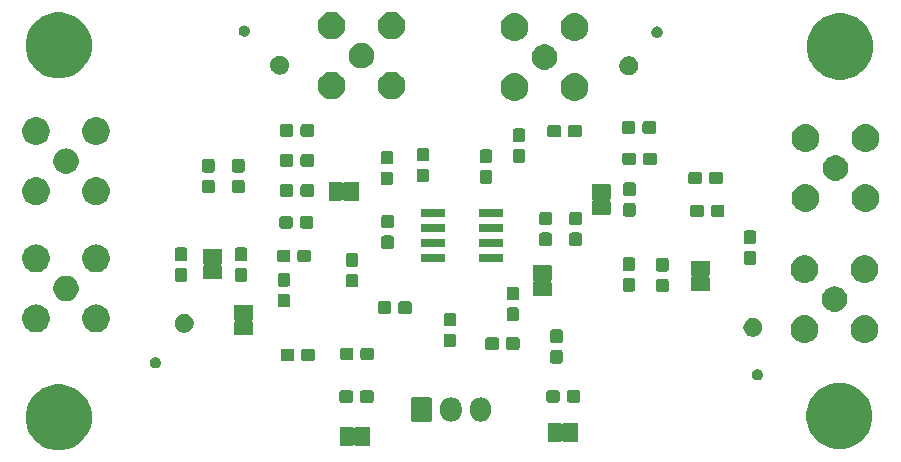
<source format=gbr>
G04 #@! TF.GenerationSoftware,KiCad,Pcbnew,(5.1.2)-2*
G04 #@! TF.CreationDate,2019-07-11T16:04:03+08:00*
G04 #@! TF.ProjectId,General Purpose Op Amp Eval-Board,47656e65-7261-46c2-9050-7572706f7365,rev?*
G04 #@! TF.SameCoordinates,Original*
G04 #@! TF.FileFunction,Soldermask,Top*
G04 #@! TF.FilePolarity,Negative*
%FSLAX46Y46*%
G04 Gerber Fmt 4.6, Leading zero omitted, Abs format (unit mm)*
G04 Created by KiCad (PCBNEW (5.1.2)-2) date 2019-07-11 16:04:03*
%MOMM*%
%LPD*%
G04 APERTURE LIST*
%ADD10C,0.100000*%
G04 APERTURE END LIST*
D10*
G36*
X101299421Y-120649040D02*
G01*
X101809169Y-120860185D01*
X101809171Y-120860186D01*
X102267934Y-121166721D01*
X102658079Y-121556866D01*
X102953446Y-121998915D01*
X102964615Y-122015631D01*
X103175760Y-122525379D01*
X103283400Y-123066524D01*
X103283400Y-123618276D01*
X103175760Y-124159421D01*
X102964615Y-124669169D01*
X102964614Y-124669171D01*
X102658079Y-125127934D01*
X102267934Y-125518079D01*
X101809171Y-125824614D01*
X101809170Y-125824615D01*
X101809169Y-125824615D01*
X101299421Y-126035760D01*
X100758276Y-126143400D01*
X100206524Y-126143400D01*
X99665379Y-126035760D01*
X99155631Y-125824615D01*
X99155630Y-125824615D01*
X99155629Y-125824614D01*
X98696866Y-125518079D01*
X98306721Y-125127934D01*
X98000186Y-124669171D01*
X98000185Y-124669169D01*
X97789040Y-124159421D01*
X97681400Y-123618276D01*
X97681400Y-123066524D01*
X97789040Y-122525379D01*
X98000185Y-122015631D01*
X98011354Y-121998915D01*
X98306721Y-121556866D01*
X98696866Y-121166721D01*
X99155629Y-120860186D01*
X99155631Y-120860185D01*
X99665379Y-120649040D01*
X100206524Y-120541400D01*
X100758276Y-120541400D01*
X101299421Y-120649040D01*
X101299421Y-120649040D01*
G37*
G36*
X167390221Y-120547440D02*
G01*
X167899969Y-120758585D01*
X167899971Y-120758586D01*
X168358734Y-121065121D01*
X168748879Y-121455266D01*
X169052162Y-121909162D01*
X169055415Y-121914031D01*
X169266560Y-122423779D01*
X169374200Y-122964924D01*
X169374200Y-123516676D01*
X169266560Y-124057821D01*
X169055415Y-124567569D01*
X169055414Y-124567571D01*
X168748879Y-125026334D01*
X168358734Y-125416479D01*
X167899971Y-125723014D01*
X167899970Y-125723015D01*
X167899969Y-125723015D01*
X167390221Y-125934160D01*
X166849076Y-126041800D01*
X166297324Y-126041800D01*
X165756179Y-125934160D01*
X165246431Y-125723015D01*
X165246430Y-125723015D01*
X165246429Y-125723014D01*
X164787666Y-125416479D01*
X164397521Y-125026334D01*
X164090986Y-124567571D01*
X164090985Y-124567569D01*
X163879840Y-124057821D01*
X163772200Y-123516676D01*
X163772200Y-122964924D01*
X163879840Y-122423779D01*
X164090985Y-121914031D01*
X164094238Y-121909162D01*
X164397521Y-121455266D01*
X164787666Y-121065121D01*
X165246429Y-120758586D01*
X165246431Y-120758585D01*
X165756179Y-120547440D01*
X166297324Y-120439800D01*
X166849076Y-120439800D01*
X167390221Y-120547440D01*
X167390221Y-120547440D01*
G37*
G36*
X125362599Y-124142337D02*
G01*
X125372208Y-124145252D01*
X125381072Y-124149990D01*
X125388812Y-124156342D01*
X125388813Y-124156343D01*
X125388837Y-124156363D01*
X125395240Y-124164173D01*
X125395277Y-124164228D01*
X125403080Y-124173747D01*
X125403111Y-124173722D01*
X125414453Y-124187572D01*
X125433379Y-124203137D01*
X125454977Y-124214711D01*
X125478419Y-124221849D01*
X125502802Y-124224276D01*
X125527191Y-124221900D01*
X125550647Y-124214811D01*
X125572270Y-124203282D01*
X125591228Y-124187757D01*
X125606793Y-124168831D01*
X125608629Y-124165775D01*
X125610018Y-124164086D01*
X125610019Y-124164084D01*
X125616401Y-124156325D01*
X125624173Y-124149960D01*
X125624175Y-124149958D01*
X125632999Y-124145254D01*
X125633038Y-124145233D01*
X125642655Y-124142327D01*
X125642685Y-124142318D01*
X125658713Y-124140748D01*
X126796460Y-124140748D01*
X126812599Y-124142337D01*
X126822208Y-124145252D01*
X126831072Y-124149990D01*
X126838837Y-124156363D01*
X126845210Y-124164128D01*
X126849948Y-124172992D01*
X126852863Y-124182601D01*
X126854452Y-124198740D01*
X126854452Y-125686460D01*
X126852863Y-125702599D01*
X126849948Y-125712208D01*
X126845210Y-125721072D01*
X126838837Y-125728837D01*
X126831072Y-125735210D01*
X126822208Y-125739948D01*
X126812599Y-125742863D01*
X126796460Y-125744452D01*
X125658740Y-125744452D01*
X125642601Y-125742863D01*
X125632992Y-125739948D01*
X125624128Y-125735210D01*
X125616363Y-125728837D01*
X125605716Y-125715863D01*
X125599547Y-125706632D01*
X125582219Y-125689306D01*
X125561844Y-125675693D01*
X125539205Y-125666317D01*
X125515172Y-125661537D01*
X125490668Y-125661538D01*
X125466635Y-125666320D01*
X125443996Y-125675698D01*
X125423622Y-125689313D01*
X125406296Y-125706641D01*
X125399425Y-125715917D01*
X125395240Y-125721027D01*
X125388875Y-125728799D01*
X125381116Y-125735181D01*
X125372261Y-125739926D01*
X125369223Y-125740851D01*
X125362685Y-125742842D01*
X125362682Y-125742842D01*
X125362650Y-125742852D01*
X125352600Y-125743847D01*
X125352535Y-125743847D01*
X125346425Y-125744452D01*
X124358740Y-125744452D01*
X124342601Y-125742863D01*
X124332992Y-125739948D01*
X124324128Y-125735210D01*
X124316363Y-125728837D01*
X124309990Y-125721072D01*
X124305252Y-125712208D01*
X124302337Y-125702599D01*
X124300748Y-125686460D01*
X124300748Y-124198740D01*
X124302337Y-124182601D01*
X124305252Y-124172992D01*
X124309990Y-124164128D01*
X124316363Y-124156363D01*
X124324128Y-124149990D01*
X124332992Y-124145252D01*
X124342601Y-124142337D01*
X124358740Y-124140748D01*
X125346460Y-124140748D01*
X125362599Y-124142337D01*
X125362599Y-124142337D01*
G37*
G36*
X142939399Y-123812137D02*
G01*
X142949008Y-123815052D01*
X142957872Y-123819790D01*
X142965612Y-123826142D01*
X142965613Y-123826143D01*
X142965637Y-123826163D01*
X142972040Y-123833973D01*
X142972077Y-123834028D01*
X142979880Y-123843547D01*
X142979911Y-123843522D01*
X142991253Y-123857372D01*
X143010179Y-123872937D01*
X143031777Y-123884511D01*
X143055219Y-123891649D01*
X143079602Y-123894076D01*
X143103991Y-123891700D01*
X143127447Y-123884611D01*
X143149070Y-123873082D01*
X143168028Y-123857557D01*
X143183593Y-123838631D01*
X143185429Y-123835575D01*
X143186818Y-123833886D01*
X143186819Y-123833884D01*
X143193201Y-123826125D01*
X143200973Y-123819760D01*
X143200975Y-123819758D01*
X143209799Y-123815054D01*
X143209838Y-123815033D01*
X143219455Y-123812127D01*
X143219485Y-123812118D01*
X143235513Y-123810548D01*
X144373260Y-123810548D01*
X144389399Y-123812137D01*
X144399008Y-123815052D01*
X144407872Y-123819790D01*
X144415637Y-123826163D01*
X144422010Y-123833928D01*
X144426748Y-123842792D01*
X144429663Y-123852401D01*
X144431252Y-123868540D01*
X144431252Y-125356260D01*
X144429663Y-125372399D01*
X144426748Y-125382008D01*
X144422010Y-125390872D01*
X144415637Y-125398637D01*
X144407872Y-125405010D01*
X144399008Y-125409748D01*
X144389399Y-125412663D01*
X144373260Y-125414252D01*
X143235540Y-125414252D01*
X143219401Y-125412663D01*
X143209792Y-125409748D01*
X143200928Y-125405010D01*
X143193163Y-125398637D01*
X143182516Y-125385663D01*
X143176347Y-125376432D01*
X143159019Y-125359106D01*
X143138644Y-125345493D01*
X143116005Y-125336117D01*
X143091972Y-125331337D01*
X143067468Y-125331338D01*
X143043435Y-125336120D01*
X143020796Y-125345498D01*
X143000422Y-125359113D01*
X142983096Y-125376441D01*
X142976225Y-125385717D01*
X142972040Y-125390827D01*
X142965675Y-125398599D01*
X142957916Y-125404981D01*
X142949061Y-125409726D01*
X142946023Y-125410651D01*
X142939485Y-125412642D01*
X142939482Y-125412642D01*
X142939450Y-125412652D01*
X142929400Y-125413647D01*
X142929335Y-125413647D01*
X142923225Y-125414252D01*
X141935540Y-125414252D01*
X141919401Y-125412663D01*
X141909792Y-125409748D01*
X141900928Y-125405010D01*
X141893163Y-125398637D01*
X141886790Y-125390872D01*
X141882052Y-125382008D01*
X141879137Y-125372399D01*
X141877548Y-125356260D01*
X141877548Y-123868540D01*
X141879137Y-123852401D01*
X141882052Y-123842792D01*
X141886790Y-123833928D01*
X141893163Y-123826163D01*
X141900928Y-123819790D01*
X141909792Y-123815052D01*
X141919401Y-123812137D01*
X141935540Y-123810548D01*
X142923260Y-123810548D01*
X142939399Y-123812137D01*
X142939399Y-123812137D01*
G37*
G36*
X133867626Y-121669037D02*
G01*
X134037465Y-121720557D01*
X134037467Y-121720558D01*
X134193989Y-121804221D01*
X134331186Y-121916814D01*
X134400237Y-122000954D01*
X134443778Y-122054009D01*
X134527443Y-122210534D01*
X134578963Y-122380373D01*
X134592000Y-122512742D01*
X134592000Y-122851257D01*
X134578963Y-122983626D01*
X134527443Y-123153466D01*
X134443778Y-123309991D01*
X134414448Y-123345729D01*
X134331186Y-123447186D01*
X134246513Y-123516674D01*
X134193991Y-123559778D01*
X134037466Y-123643443D01*
X133867627Y-123694963D01*
X133691000Y-123712359D01*
X133514374Y-123694963D01*
X133344535Y-123643443D01*
X133188010Y-123559778D01*
X133050815Y-123447185D01*
X132938222Y-123309991D01*
X132854557Y-123153466D01*
X132803037Y-122983627D01*
X132790000Y-122851258D01*
X132790000Y-122512743D01*
X132803037Y-122380374D01*
X132854557Y-122210535D01*
X132927227Y-122074580D01*
X132938221Y-122054011D01*
X133050814Y-121916814D01*
X133159767Y-121827400D01*
X133188009Y-121804222D01*
X133344534Y-121720557D01*
X133514373Y-121669037D01*
X133691000Y-121651641D01*
X133867626Y-121669037D01*
X133867626Y-121669037D01*
G37*
G36*
X136367626Y-121669037D02*
G01*
X136537465Y-121720557D01*
X136537467Y-121720558D01*
X136693989Y-121804221D01*
X136831186Y-121916814D01*
X136900237Y-122000954D01*
X136943778Y-122054009D01*
X137027443Y-122210534D01*
X137078963Y-122380373D01*
X137092000Y-122512742D01*
X137092000Y-122851257D01*
X137078963Y-122983626D01*
X137027443Y-123153466D01*
X136943778Y-123309991D01*
X136914448Y-123345729D01*
X136831186Y-123447186D01*
X136746513Y-123516674D01*
X136693991Y-123559778D01*
X136537466Y-123643443D01*
X136367627Y-123694963D01*
X136191000Y-123712359D01*
X136014374Y-123694963D01*
X135844535Y-123643443D01*
X135688010Y-123559778D01*
X135550815Y-123447185D01*
X135438222Y-123309991D01*
X135354557Y-123153466D01*
X135303037Y-122983627D01*
X135290000Y-122851258D01*
X135290000Y-122512743D01*
X135303037Y-122380374D01*
X135354557Y-122210535D01*
X135427227Y-122074580D01*
X135438221Y-122054011D01*
X135550814Y-121916814D01*
X135659767Y-121827400D01*
X135688009Y-121804222D01*
X135844534Y-121720557D01*
X136014373Y-121669037D01*
X136191000Y-121651641D01*
X136367626Y-121669037D01*
X136367626Y-121669037D01*
G37*
G36*
X131949600Y-121659989D02*
G01*
X131982652Y-121670015D01*
X132013103Y-121686292D01*
X132039799Y-121708201D01*
X132061708Y-121734897D01*
X132077985Y-121765348D01*
X132088011Y-121798400D01*
X132092000Y-121838903D01*
X132092000Y-123525097D01*
X132088011Y-123565600D01*
X132077985Y-123598652D01*
X132061708Y-123629103D01*
X132039799Y-123655799D01*
X132013103Y-123677708D01*
X131982652Y-123693985D01*
X131949600Y-123704011D01*
X131909097Y-123708000D01*
X130472903Y-123708000D01*
X130432400Y-123704011D01*
X130399348Y-123693985D01*
X130368897Y-123677708D01*
X130342201Y-123655799D01*
X130320292Y-123629103D01*
X130304015Y-123598652D01*
X130293989Y-123565600D01*
X130290000Y-123525097D01*
X130290000Y-121838903D01*
X130293989Y-121798400D01*
X130304015Y-121765348D01*
X130320292Y-121734897D01*
X130342201Y-121708201D01*
X130368897Y-121686292D01*
X130399348Y-121670015D01*
X130432400Y-121659989D01*
X130472903Y-121656000D01*
X131909097Y-121656000D01*
X131949600Y-121659989D01*
X131949600Y-121659989D01*
G37*
G36*
X125230099Y-121068245D02*
G01*
X125267595Y-121079620D01*
X125302154Y-121098092D01*
X125332447Y-121122953D01*
X125357308Y-121153246D01*
X125375780Y-121187805D01*
X125387155Y-121225301D01*
X125391600Y-121270438D01*
X125391600Y-121909162D01*
X125387155Y-121954299D01*
X125375780Y-121991795D01*
X125357308Y-122026354D01*
X125332447Y-122056647D01*
X125302154Y-122081508D01*
X125267595Y-122099980D01*
X125230099Y-122111355D01*
X125184962Y-122115800D01*
X124446238Y-122115800D01*
X124401101Y-122111355D01*
X124363605Y-122099980D01*
X124329046Y-122081508D01*
X124298753Y-122056647D01*
X124273892Y-122026354D01*
X124255420Y-121991795D01*
X124244045Y-121954299D01*
X124239600Y-121909162D01*
X124239600Y-121270438D01*
X124244045Y-121225301D01*
X124255420Y-121187805D01*
X124273892Y-121153246D01*
X124298753Y-121122953D01*
X124329046Y-121098092D01*
X124363605Y-121079620D01*
X124401101Y-121068245D01*
X124446238Y-121063800D01*
X125184962Y-121063800D01*
X125230099Y-121068245D01*
X125230099Y-121068245D01*
G37*
G36*
X126980099Y-121068245D02*
G01*
X127017595Y-121079620D01*
X127052154Y-121098092D01*
X127082447Y-121122953D01*
X127107308Y-121153246D01*
X127125780Y-121187805D01*
X127137155Y-121225301D01*
X127141600Y-121270438D01*
X127141600Y-121909162D01*
X127137155Y-121954299D01*
X127125780Y-121991795D01*
X127107308Y-122026354D01*
X127082447Y-122056647D01*
X127052154Y-122081508D01*
X127017595Y-122099980D01*
X126980099Y-122111355D01*
X126934962Y-122115800D01*
X126196238Y-122115800D01*
X126151101Y-122111355D01*
X126113605Y-122099980D01*
X126079046Y-122081508D01*
X126048753Y-122056647D01*
X126023892Y-122026354D01*
X126005420Y-121991795D01*
X125994045Y-121954299D01*
X125989600Y-121909162D01*
X125989600Y-121270438D01*
X125994045Y-121225301D01*
X126005420Y-121187805D01*
X126023892Y-121153246D01*
X126048753Y-121122953D01*
X126079046Y-121098092D01*
X126113605Y-121079620D01*
X126151101Y-121068245D01*
X126196238Y-121063800D01*
X126934962Y-121063800D01*
X126980099Y-121068245D01*
X126980099Y-121068245D01*
G37*
G36*
X144494699Y-121042845D02*
G01*
X144532195Y-121054220D01*
X144566754Y-121072692D01*
X144597047Y-121097553D01*
X144621908Y-121127846D01*
X144640380Y-121162405D01*
X144651755Y-121199901D01*
X144656200Y-121245038D01*
X144656200Y-121883762D01*
X144651755Y-121928899D01*
X144640380Y-121966395D01*
X144621908Y-122000954D01*
X144597047Y-122031247D01*
X144566754Y-122056108D01*
X144532195Y-122074580D01*
X144494699Y-122085955D01*
X144449562Y-122090400D01*
X143710838Y-122090400D01*
X143665701Y-122085955D01*
X143628205Y-122074580D01*
X143593646Y-122056108D01*
X143563353Y-122031247D01*
X143538492Y-122000954D01*
X143520020Y-121966395D01*
X143508645Y-121928899D01*
X143504200Y-121883762D01*
X143504200Y-121245038D01*
X143508645Y-121199901D01*
X143520020Y-121162405D01*
X143538492Y-121127846D01*
X143563353Y-121097553D01*
X143593646Y-121072692D01*
X143628205Y-121054220D01*
X143665701Y-121042845D01*
X143710838Y-121038400D01*
X144449562Y-121038400D01*
X144494699Y-121042845D01*
X144494699Y-121042845D01*
G37*
G36*
X142744699Y-121042845D02*
G01*
X142782195Y-121054220D01*
X142816754Y-121072692D01*
X142847047Y-121097553D01*
X142871908Y-121127846D01*
X142890380Y-121162405D01*
X142901755Y-121199901D01*
X142906200Y-121245038D01*
X142906200Y-121883762D01*
X142901755Y-121928899D01*
X142890380Y-121966395D01*
X142871908Y-122000954D01*
X142847047Y-122031247D01*
X142816754Y-122056108D01*
X142782195Y-122074580D01*
X142744699Y-122085955D01*
X142699562Y-122090400D01*
X141960838Y-122090400D01*
X141915701Y-122085955D01*
X141878205Y-122074580D01*
X141843646Y-122056108D01*
X141813353Y-122031247D01*
X141788492Y-122000954D01*
X141770020Y-121966395D01*
X141758645Y-121928899D01*
X141754200Y-121883762D01*
X141754200Y-121245038D01*
X141758645Y-121199901D01*
X141770020Y-121162405D01*
X141788492Y-121127846D01*
X141813353Y-121097553D01*
X141843646Y-121072692D01*
X141878205Y-121054220D01*
X141915701Y-121042845D01*
X141960838Y-121038400D01*
X142699562Y-121038400D01*
X142744699Y-121042845D01*
X142744699Y-121042845D01*
G37*
G36*
X159752443Y-119277892D02*
G01*
X159803188Y-119298911D01*
X159839070Y-119313774D01*
X159917032Y-119365867D01*
X159983333Y-119432168D01*
X160035426Y-119510130D01*
X160035426Y-119510131D01*
X160071308Y-119596757D01*
X160089600Y-119688717D01*
X160089600Y-119782483D01*
X160071308Y-119874443D01*
X160050289Y-119925188D01*
X160035426Y-119961070D01*
X159983333Y-120039032D01*
X159917032Y-120105333D01*
X159839070Y-120157426D01*
X159803188Y-120172289D01*
X159752443Y-120193308D01*
X159660483Y-120211600D01*
X159566717Y-120211600D01*
X159474757Y-120193308D01*
X159424012Y-120172289D01*
X159388130Y-120157426D01*
X159310168Y-120105333D01*
X159243867Y-120039032D01*
X159191774Y-119961070D01*
X159176911Y-119925188D01*
X159155892Y-119874443D01*
X159137600Y-119782483D01*
X159137600Y-119688717D01*
X159155892Y-119596757D01*
X159191774Y-119510131D01*
X159191774Y-119510130D01*
X159243867Y-119432168D01*
X159310168Y-119365867D01*
X159388130Y-119313774D01*
X159424012Y-119298911D01*
X159474757Y-119277892D01*
X159566717Y-119259600D01*
X159660483Y-119259600D01*
X159752443Y-119277892D01*
X159752443Y-119277892D01*
G37*
G36*
X108800043Y-118261892D02*
G01*
X108850788Y-118282911D01*
X108886670Y-118297774D01*
X108964632Y-118349867D01*
X109030933Y-118416168D01*
X109083026Y-118494130D01*
X109090986Y-118513347D01*
X109118908Y-118580757D01*
X109137200Y-118672717D01*
X109137200Y-118766483D01*
X109118908Y-118858443D01*
X109097889Y-118909188D01*
X109083026Y-118945070D01*
X109030933Y-119023032D01*
X108964632Y-119089333D01*
X108886670Y-119141426D01*
X108850788Y-119156289D01*
X108800043Y-119177308D01*
X108708083Y-119195600D01*
X108614317Y-119195600D01*
X108522357Y-119177308D01*
X108471612Y-119156289D01*
X108435730Y-119141426D01*
X108357768Y-119089333D01*
X108291467Y-119023032D01*
X108239374Y-118945070D01*
X108224511Y-118909188D01*
X108203492Y-118858443D01*
X108185200Y-118766483D01*
X108185200Y-118672717D01*
X108203492Y-118580757D01*
X108231414Y-118513347D01*
X108239374Y-118494130D01*
X108291467Y-118416168D01*
X108357768Y-118349867D01*
X108435730Y-118297774D01*
X108471612Y-118282911D01*
X108522357Y-118261892D01*
X108614317Y-118243600D01*
X108708083Y-118243600D01*
X108800043Y-118261892D01*
X108800043Y-118261892D01*
G37*
G36*
X142985499Y-117651445D02*
G01*
X143022995Y-117662820D01*
X143057554Y-117681292D01*
X143087847Y-117706153D01*
X143112708Y-117736446D01*
X143131180Y-117771005D01*
X143142555Y-117808501D01*
X143147000Y-117853638D01*
X143147000Y-118592362D01*
X143142555Y-118637499D01*
X143131180Y-118674995D01*
X143112708Y-118709554D01*
X143087847Y-118739847D01*
X143057554Y-118764708D01*
X143022995Y-118783180D01*
X142985499Y-118794555D01*
X142940362Y-118799000D01*
X142301638Y-118799000D01*
X142256501Y-118794555D01*
X142219005Y-118783180D01*
X142184446Y-118764708D01*
X142154153Y-118739847D01*
X142129292Y-118709554D01*
X142110820Y-118674995D01*
X142099445Y-118637499D01*
X142095000Y-118592362D01*
X142095000Y-117853638D01*
X142099445Y-117808501D01*
X142110820Y-117771005D01*
X142129292Y-117736446D01*
X142154153Y-117706153D01*
X142184446Y-117681292D01*
X142219005Y-117662820D01*
X142256501Y-117651445D01*
X142301638Y-117647000D01*
X142940362Y-117647000D01*
X142985499Y-117651445D01*
X142985499Y-117651445D01*
G37*
G36*
X122015699Y-117524945D02*
G01*
X122053195Y-117536320D01*
X122087754Y-117554792D01*
X122118047Y-117579653D01*
X122142908Y-117609946D01*
X122161380Y-117644505D01*
X122172755Y-117682001D01*
X122177200Y-117727138D01*
X122177200Y-118365862D01*
X122172755Y-118410999D01*
X122161380Y-118448495D01*
X122142908Y-118483054D01*
X122118047Y-118513347D01*
X122087754Y-118538208D01*
X122053195Y-118556680D01*
X122015699Y-118568055D01*
X121970562Y-118572500D01*
X121231838Y-118572500D01*
X121186701Y-118568055D01*
X121149205Y-118556680D01*
X121114646Y-118538208D01*
X121084353Y-118513347D01*
X121059492Y-118483054D01*
X121041020Y-118448495D01*
X121029645Y-118410999D01*
X121025200Y-118365862D01*
X121025200Y-117727138D01*
X121029645Y-117682001D01*
X121041020Y-117644505D01*
X121059492Y-117609946D01*
X121084353Y-117579653D01*
X121114646Y-117554792D01*
X121149205Y-117536320D01*
X121186701Y-117524945D01*
X121231838Y-117520500D01*
X121970562Y-117520500D01*
X122015699Y-117524945D01*
X122015699Y-117524945D01*
G37*
G36*
X120265699Y-117524945D02*
G01*
X120303195Y-117536320D01*
X120337754Y-117554792D01*
X120368047Y-117579653D01*
X120392908Y-117609946D01*
X120411380Y-117644505D01*
X120422755Y-117682001D01*
X120427200Y-117727138D01*
X120427200Y-118365862D01*
X120422755Y-118410999D01*
X120411380Y-118448495D01*
X120392908Y-118483054D01*
X120368047Y-118513347D01*
X120337754Y-118538208D01*
X120303195Y-118556680D01*
X120265699Y-118568055D01*
X120220562Y-118572500D01*
X119481838Y-118572500D01*
X119436701Y-118568055D01*
X119399205Y-118556680D01*
X119364646Y-118538208D01*
X119334353Y-118513347D01*
X119309492Y-118483054D01*
X119291020Y-118448495D01*
X119279645Y-118410999D01*
X119275200Y-118365862D01*
X119275200Y-117727138D01*
X119279645Y-117682001D01*
X119291020Y-117644505D01*
X119309492Y-117609946D01*
X119334353Y-117579653D01*
X119364646Y-117554792D01*
X119399205Y-117536320D01*
X119436701Y-117524945D01*
X119481838Y-117520500D01*
X120220562Y-117520500D01*
X120265699Y-117524945D01*
X120265699Y-117524945D01*
G37*
G36*
X127019499Y-117436045D02*
G01*
X127056995Y-117447420D01*
X127091554Y-117465892D01*
X127121847Y-117490753D01*
X127146708Y-117521046D01*
X127165180Y-117555605D01*
X127176555Y-117593101D01*
X127181000Y-117638238D01*
X127181000Y-118276962D01*
X127176555Y-118322099D01*
X127165180Y-118359595D01*
X127146708Y-118394154D01*
X127121847Y-118424447D01*
X127091554Y-118449308D01*
X127056995Y-118467780D01*
X127019499Y-118479155D01*
X126974362Y-118483600D01*
X126235638Y-118483600D01*
X126190501Y-118479155D01*
X126153005Y-118467780D01*
X126118446Y-118449308D01*
X126088153Y-118424447D01*
X126063292Y-118394154D01*
X126044820Y-118359595D01*
X126033445Y-118322099D01*
X126029000Y-118276962D01*
X126029000Y-117638238D01*
X126033445Y-117593101D01*
X126044820Y-117555605D01*
X126063292Y-117521046D01*
X126088153Y-117490753D01*
X126118446Y-117465892D01*
X126153005Y-117447420D01*
X126190501Y-117436045D01*
X126235638Y-117431600D01*
X126974362Y-117431600D01*
X127019499Y-117436045D01*
X127019499Y-117436045D01*
G37*
G36*
X125269499Y-117436045D02*
G01*
X125306995Y-117447420D01*
X125341554Y-117465892D01*
X125371847Y-117490753D01*
X125396708Y-117521046D01*
X125415180Y-117555605D01*
X125426555Y-117593101D01*
X125431000Y-117638238D01*
X125431000Y-118276962D01*
X125426555Y-118322099D01*
X125415180Y-118359595D01*
X125396708Y-118394154D01*
X125371847Y-118424447D01*
X125341554Y-118449308D01*
X125306995Y-118467780D01*
X125269499Y-118479155D01*
X125224362Y-118483600D01*
X124485638Y-118483600D01*
X124440501Y-118479155D01*
X124403005Y-118467780D01*
X124368446Y-118449308D01*
X124338153Y-118424447D01*
X124313292Y-118394154D01*
X124294820Y-118359595D01*
X124283445Y-118322099D01*
X124279000Y-118276962D01*
X124279000Y-117638238D01*
X124283445Y-117593101D01*
X124294820Y-117555605D01*
X124313292Y-117521046D01*
X124338153Y-117490753D01*
X124368446Y-117465892D01*
X124403005Y-117447420D01*
X124440501Y-117436045D01*
X124485638Y-117431600D01*
X125224362Y-117431600D01*
X125269499Y-117436045D01*
X125269499Y-117436045D01*
G37*
G36*
X137588499Y-116572445D02*
G01*
X137625995Y-116583820D01*
X137660554Y-116602292D01*
X137690847Y-116627153D01*
X137715708Y-116657446D01*
X137734180Y-116692005D01*
X137745555Y-116729501D01*
X137750000Y-116774638D01*
X137750000Y-117413362D01*
X137745555Y-117458499D01*
X137734180Y-117495995D01*
X137715708Y-117530554D01*
X137690847Y-117560847D01*
X137660554Y-117585708D01*
X137625995Y-117604180D01*
X137588499Y-117615555D01*
X137543362Y-117620000D01*
X136804638Y-117620000D01*
X136759501Y-117615555D01*
X136722005Y-117604180D01*
X136687446Y-117585708D01*
X136657153Y-117560847D01*
X136632292Y-117530554D01*
X136613820Y-117495995D01*
X136602445Y-117458499D01*
X136598000Y-117413362D01*
X136598000Y-116774638D01*
X136602445Y-116729501D01*
X136613820Y-116692005D01*
X136632292Y-116657446D01*
X136657153Y-116627153D01*
X136687446Y-116602292D01*
X136722005Y-116583820D01*
X136759501Y-116572445D01*
X136804638Y-116568000D01*
X137543362Y-116568000D01*
X137588499Y-116572445D01*
X137588499Y-116572445D01*
G37*
G36*
X139338499Y-116572445D02*
G01*
X139375995Y-116583820D01*
X139410554Y-116602292D01*
X139440847Y-116627153D01*
X139465708Y-116657446D01*
X139484180Y-116692005D01*
X139495555Y-116729501D01*
X139500000Y-116774638D01*
X139500000Y-117413362D01*
X139495555Y-117458499D01*
X139484180Y-117495995D01*
X139465708Y-117530554D01*
X139440847Y-117560847D01*
X139410554Y-117585708D01*
X139375995Y-117604180D01*
X139338499Y-117615555D01*
X139293362Y-117620000D01*
X138554638Y-117620000D01*
X138509501Y-117615555D01*
X138472005Y-117604180D01*
X138437446Y-117585708D01*
X138407153Y-117560847D01*
X138382292Y-117530554D01*
X138363820Y-117495995D01*
X138352445Y-117458499D01*
X138348000Y-117413362D01*
X138348000Y-116774638D01*
X138352445Y-116729501D01*
X138363820Y-116692005D01*
X138382292Y-116657446D01*
X138407153Y-116627153D01*
X138437446Y-116602292D01*
X138472005Y-116583820D01*
X138509501Y-116572445D01*
X138554638Y-116568000D01*
X139293362Y-116568000D01*
X139338499Y-116572445D01*
X139338499Y-116572445D01*
G37*
G36*
X133968499Y-116254445D02*
G01*
X134005995Y-116265820D01*
X134040554Y-116284292D01*
X134070847Y-116309153D01*
X134095708Y-116339446D01*
X134114180Y-116374005D01*
X134125555Y-116411501D01*
X134130000Y-116456638D01*
X134130000Y-117195362D01*
X134125555Y-117240499D01*
X134114180Y-117277995D01*
X134095708Y-117312554D01*
X134070847Y-117342847D01*
X134040554Y-117367708D01*
X134005995Y-117386180D01*
X133968499Y-117397555D01*
X133923362Y-117402000D01*
X133284638Y-117402000D01*
X133239501Y-117397555D01*
X133202005Y-117386180D01*
X133167446Y-117367708D01*
X133137153Y-117342847D01*
X133112292Y-117312554D01*
X133093820Y-117277995D01*
X133082445Y-117240499D01*
X133078000Y-117195362D01*
X133078000Y-116456638D01*
X133082445Y-116411501D01*
X133093820Y-116374005D01*
X133112292Y-116339446D01*
X133137153Y-116309153D01*
X133167446Y-116284292D01*
X133202005Y-116265820D01*
X133239501Y-116254445D01*
X133284638Y-116250000D01*
X133923362Y-116250000D01*
X133968499Y-116254445D01*
X133968499Y-116254445D01*
G37*
G36*
X163807434Y-114711691D02*
G01*
X163969827Y-114743993D01*
X164183845Y-114832642D01*
X164183846Y-114832643D01*
X164376454Y-114961339D01*
X164540261Y-115125146D01*
X164612797Y-115233704D01*
X164668958Y-115317755D01*
X164757607Y-115531773D01*
X164802800Y-115758974D01*
X164802800Y-115990626D01*
X164757607Y-116217827D01*
X164668958Y-116431845D01*
X164668957Y-116431846D01*
X164540261Y-116624454D01*
X164376454Y-116788261D01*
X164248049Y-116874058D01*
X164183845Y-116916958D01*
X163969827Y-117005607D01*
X163831208Y-117033180D01*
X163742627Y-117050800D01*
X163510973Y-117050800D01*
X163422392Y-117033180D01*
X163283773Y-117005607D01*
X163069755Y-116916958D01*
X163005551Y-116874058D01*
X162877146Y-116788261D01*
X162713339Y-116624454D01*
X162584643Y-116431846D01*
X162584642Y-116431845D01*
X162495993Y-116217827D01*
X162450800Y-115990626D01*
X162450800Y-115758974D01*
X162495993Y-115531773D01*
X162584642Y-115317755D01*
X162640803Y-115233704D01*
X162713339Y-115125146D01*
X162877146Y-114961339D01*
X163069754Y-114832643D01*
X163069755Y-114832642D01*
X163283773Y-114743993D01*
X163446166Y-114711691D01*
X163510973Y-114698800D01*
X163742627Y-114698800D01*
X163807434Y-114711691D01*
X163807434Y-114711691D01*
G37*
G36*
X168887434Y-114711691D02*
G01*
X169049827Y-114743993D01*
X169263845Y-114832642D01*
X169263846Y-114832643D01*
X169456454Y-114961339D01*
X169620261Y-115125146D01*
X169692797Y-115233704D01*
X169748958Y-115317755D01*
X169837607Y-115531773D01*
X169882800Y-115758974D01*
X169882800Y-115990626D01*
X169837607Y-116217827D01*
X169748958Y-116431845D01*
X169748957Y-116431846D01*
X169620261Y-116624454D01*
X169456454Y-116788261D01*
X169328049Y-116874058D01*
X169263845Y-116916958D01*
X169049827Y-117005607D01*
X168911208Y-117033180D01*
X168822627Y-117050800D01*
X168590973Y-117050800D01*
X168502392Y-117033180D01*
X168363773Y-117005607D01*
X168149755Y-116916958D01*
X168085551Y-116874058D01*
X167957146Y-116788261D01*
X167793339Y-116624454D01*
X167664643Y-116431846D01*
X167664642Y-116431845D01*
X167575993Y-116217827D01*
X167530800Y-115990626D01*
X167530800Y-115758974D01*
X167575993Y-115531773D01*
X167664642Y-115317755D01*
X167720803Y-115233704D01*
X167793339Y-115125146D01*
X167957146Y-114961339D01*
X168149754Y-114832643D01*
X168149755Y-114832642D01*
X168363773Y-114743993D01*
X168526166Y-114711691D01*
X168590973Y-114698800D01*
X168822627Y-114698800D01*
X168887434Y-114711691D01*
X168887434Y-114711691D01*
G37*
G36*
X142985499Y-115901445D02*
G01*
X143022995Y-115912820D01*
X143057554Y-115931292D01*
X143087847Y-115956153D01*
X143112708Y-115986446D01*
X143131180Y-116021005D01*
X143142555Y-116058501D01*
X143147000Y-116103638D01*
X143147000Y-116842362D01*
X143142555Y-116887499D01*
X143131180Y-116924995D01*
X143112708Y-116959554D01*
X143087847Y-116989847D01*
X143057554Y-117014708D01*
X143022995Y-117033180D01*
X142985499Y-117044555D01*
X142940362Y-117049000D01*
X142301638Y-117049000D01*
X142256501Y-117044555D01*
X142219005Y-117033180D01*
X142184446Y-117014708D01*
X142154153Y-116989847D01*
X142129292Y-116959554D01*
X142110820Y-116924995D01*
X142099445Y-116887499D01*
X142095000Y-116842362D01*
X142095000Y-116103638D01*
X142099445Y-116058501D01*
X142110820Y-116021005D01*
X142129292Y-115986446D01*
X142154153Y-115956153D01*
X142184446Y-115931292D01*
X142219005Y-115912820D01*
X142256501Y-115901445D01*
X142301638Y-115897000D01*
X142940362Y-115897000D01*
X142985499Y-115901445D01*
X142985499Y-115901445D01*
G37*
G36*
X159491642Y-114952181D02*
G01*
X159637414Y-115012562D01*
X159637416Y-115012563D01*
X159768608Y-115100222D01*
X159880178Y-115211792D01*
X159955887Y-115325100D01*
X159967838Y-115342986D01*
X160028219Y-115488758D01*
X160059000Y-115643507D01*
X160059000Y-115801293D01*
X160028219Y-115956042D01*
X159967838Y-116101814D01*
X159967837Y-116101816D01*
X159880178Y-116233008D01*
X159768608Y-116344578D01*
X159637416Y-116432237D01*
X159637415Y-116432238D01*
X159637414Y-116432238D01*
X159491642Y-116492619D01*
X159336893Y-116523400D01*
X159179107Y-116523400D01*
X159024358Y-116492619D01*
X158878586Y-116432238D01*
X158878585Y-116432238D01*
X158878584Y-116432237D01*
X158747392Y-116344578D01*
X158635822Y-116233008D01*
X158548163Y-116101816D01*
X158548162Y-116101814D01*
X158487781Y-115956042D01*
X158457000Y-115801293D01*
X158457000Y-115643507D01*
X158487781Y-115488758D01*
X158548162Y-115342986D01*
X158560113Y-115325100D01*
X158635822Y-115211792D01*
X158747392Y-115100222D01*
X158878584Y-115012563D01*
X158878586Y-115012562D01*
X159024358Y-114952181D01*
X159179107Y-114921400D01*
X159336893Y-114921400D01*
X159491642Y-114952181D01*
X159491642Y-114952181D01*
G37*
G36*
X116901499Y-113824837D02*
G01*
X116911108Y-113827752D01*
X116919972Y-113832490D01*
X116927737Y-113838863D01*
X116934110Y-113846628D01*
X116938848Y-113855492D01*
X116941763Y-113865101D01*
X116943352Y-113881240D01*
X116943352Y-115018960D01*
X116941763Y-115035099D01*
X116938848Y-115044708D01*
X116934110Y-115053572D01*
X116927737Y-115061337D01*
X116914763Y-115071984D01*
X116905532Y-115078153D01*
X116888206Y-115095481D01*
X116874593Y-115115856D01*
X116865217Y-115138495D01*
X116860437Y-115162528D01*
X116860438Y-115187032D01*
X116865220Y-115211065D01*
X116874598Y-115233704D01*
X116888213Y-115254078D01*
X116905541Y-115271404D01*
X116914817Y-115278275D01*
X116919927Y-115282460D01*
X116927699Y-115288825D01*
X116934081Y-115296584D01*
X116938826Y-115305439D01*
X116938826Y-115305440D01*
X116941742Y-115315015D01*
X116941742Y-115315018D01*
X116941752Y-115315050D01*
X116942747Y-115325100D01*
X116942747Y-115325165D01*
X116943352Y-115331275D01*
X116943352Y-116318960D01*
X116941763Y-116335099D01*
X116938848Y-116344708D01*
X116934110Y-116353572D01*
X116927737Y-116361337D01*
X116919972Y-116367710D01*
X116911108Y-116372448D01*
X116901499Y-116375363D01*
X116885360Y-116376952D01*
X115397640Y-116376952D01*
X115381501Y-116375363D01*
X115371892Y-116372448D01*
X115363028Y-116367710D01*
X115355263Y-116361337D01*
X115348890Y-116353572D01*
X115344152Y-116344708D01*
X115341237Y-116335099D01*
X115339648Y-116318960D01*
X115339648Y-115331240D01*
X115341237Y-115315101D01*
X115344152Y-115305492D01*
X115348890Y-115296628D01*
X115355242Y-115288888D01*
X115355243Y-115288887D01*
X115355263Y-115288863D01*
X115363073Y-115282460D01*
X115363128Y-115282423D01*
X115372647Y-115274620D01*
X115372622Y-115274589D01*
X115386472Y-115263247D01*
X115402037Y-115244321D01*
X115413611Y-115222723D01*
X115420749Y-115199281D01*
X115423176Y-115174898D01*
X115420800Y-115150509D01*
X115413711Y-115127053D01*
X115402182Y-115105430D01*
X115386657Y-115086472D01*
X115367731Y-115070907D01*
X115364675Y-115069071D01*
X115362986Y-115067682D01*
X115362984Y-115067681D01*
X115355225Y-115061299D01*
X115353103Y-115058708D01*
X115348858Y-115053525D01*
X115345709Y-115047617D01*
X115344133Y-115044662D01*
X115341227Y-115035045D01*
X115341218Y-115035015D01*
X115339648Y-115018987D01*
X115339648Y-113881240D01*
X115341237Y-113865101D01*
X115344152Y-113855492D01*
X115348890Y-113846628D01*
X115355263Y-113838863D01*
X115363028Y-113832490D01*
X115371892Y-113827752D01*
X115381501Y-113824837D01*
X115397640Y-113823248D01*
X116885360Y-113823248D01*
X116901499Y-113824837D01*
X116901499Y-113824837D01*
G37*
G36*
X111333242Y-114596581D02*
G01*
X111479014Y-114656962D01*
X111479016Y-114656963D01*
X111610208Y-114744622D01*
X111721778Y-114856192D01*
X111809437Y-114987384D01*
X111809438Y-114987386D01*
X111869819Y-115133158D01*
X111900600Y-115287907D01*
X111900600Y-115445693D01*
X111869819Y-115600442D01*
X111824416Y-115710054D01*
X111809437Y-115746216D01*
X111721778Y-115877408D01*
X111610208Y-115988978D01*
X111479016Y-116076637D01*
X111479015Y-116076638D01*
X111479014Y-116076638D01*
X111333242Y-116137019D01*
X111178493Y-116167800D01*
X111020707Y-116167800D01*
X110865958Y-116137019D01*
X110720186Y-116076638D01*
X110720185Y-116076638D01*
X110720184Y-116076637D01*
X110588992Y-115988978D01*
X110477422Y-115877408D01*
X110389763Y-115746216D01*
X110374784Y-115710054D01*
X110329381Y-115600442D01*
X110298600Y-115445693D01*
X110298600Y-115287907D01*
X110329381Y-115133158D01*
X110389762Y-114987386D01*
X110389763Y-114987384D01*
X110477422Y-114856192D01*
X110588992Y-114744622D01*
X110720184Y-114656963D01*
X110720186Y-114656962D01*
X110865958Y-114596581D01*
X111020707Y-114565800D01*
X111178493Y-114565800D01*
X111333242Y-114596581D01*
X111333242Y-114596581D01*
G37*
G36*
X103823560Y-113799464D02*
G01*
X103975027Y-113829593D01*
X104189045Y-113918242D01*
X104253249Y-113961142D01*
X104381654Y-114046939D01*
X104545461Y-114210746D01*
X104611112Y-114309000D01*
X104674158Y-114403355D01*
X104762807Y-114617373D01*
X104771754Y-114662354D01*
X104794127Y-114774827D01*
X104808000Y-114844574D01*
X104808000Y-115076226D01*
X104762807Y-115303427D01*
X104674158Y-115517445D01*
X104664584Y-115531773D01*
X104545461Y-115710054D01*
X104381654Y-115873861D01*
X104258661Y-115956042D01*
X104189045Y-116002558D01*
X103975027Y-116091207D01*
X103823560Y-116121336D01*
X103747827Y-116136400D01*
X103516173Y-116136400D01*
X103440440Y-116121336D01*
X103288973Y-116091207D01*
X103074955Y-116002558D01*
X103005339Y-115956042D01*
X102882346Y-115873861D01*
X102718539Y-115710054D01*
X102599416Y-115531773D01*
X102589842Y-115517445D01*
X102501193Y-115303427D01*
X102456000Y-115076226D01*
X102456000Y-114844574D01*
X102469874Y-114774827D01*
X102492246Y-114662354D01*
X102501193Y-114617373D01*
X102589842Y-114403355D01*
X102652888Y-114309000D01*
X102718539Y-114210746D01*
X102882346Y-114046939D01*
X103010751Y-113961142D01*
X103074955Y-113918242D01*
X103288973Y-113829593D01*
X103440440Y-113799464D01*
X103516173Y-113784400D01*
X103747827Y-113784400D01*
X103823560Y-113799464D01*
X103823560Y-113799464D01*
G37*
G36*
X98743560Y-113799464D02*
G01*
X98895027Y-113829593D01*
X99109045Y-113918242D01*
X99173249Y-113961142D01*
X99301654Y-114046939D01*
X99465461Y-114210746D01*
X99531112Y-114309000D01*
X99594158Y-114403355D01*
X99682807Y-114617373D01*
X99691754Y-114662354D01*
X99714127Y-114774827D01*
X99728000Y-114844574D01*
X99728000Y-115076226D01*
X99682807Y-115303427D01*
X99594158Y-115517445D01*
X99584584Y-115531773D01*
X99465461Y-115710054D01*
X99301654Y-115873861D01*
X99178661Y-115956042D01*
X99109045Y-116002558D01*
X98895027Y-116091207D01*
X98743560Y-116121336D01*
X98667827Y-116136400D01*
X98436173Y-116136400D01*
X98360440Y-116121336D01*
X98208973Y-116091207D01*
X97994955Y-116002558D01*
X97925339Y-115956042D01*
X97802346Y-115873861D01*
X97638539Y-115710054D01*
X97519416Y-115531773D01*
X97509842Y-115517445D01*
X97421193Y-115303427D01*
X97376000Y-115076226D01*
X97376000Y-114844574D01*
X97389874Y-114774827D01*
X97412246Y-114662354D01*
X97421193Y-114617373D01*
X97509842Y-114403355D01*
X97572888Y-114309000D01*
X97638539Y-114210746D01*
X97802346Y-114046939D01*
X97930751Y-113961142D01*
X97994955Y-113918242D01*
X98208973Y-113829593D01*
X98360440Y-113799464D01*
X98436173Y-113784400D01*
X98667827Y-113784400D01*
X98743560Y-113799464D01*
X98743560Y-113799464D01*
G37*
G36*
X133968499Y-114504445D02*
G01*
X134005995Y-114515820D01*
X134040554Y-114534292D01*
X134070847Y-114559153D01*
X134095708Y-114589446D01*
X134114180Y-114624005D01*
X134125555Y-114661501D01*
X134130000Y-114706638D01*
X134130000Y-115445362D01*
X134125555Y-115490499D01*
X134114180Y-115527995D01*
X134095708Y-115562554D01*
X134070847Y-115592847D01*
X134040554Y-115617708D01*
X134005995Y-115636180D01*
X133968499Y-115647555D01*
X133923362Y-115652000D01*
X133284638Y-115652000D01*
X133239501Y-115647555D01*
X133202005Y-115636180D01*
X133167446Y-115617708D01*
X133137153Y-115592847D01*
X133112292Y-115562554D01*
X133093820Y-115527995D01*
X133082445Y-115490499D01*
X133078000Y-115445362D01*
X133078000Y-114706638D01*
X133082445Y-114661501D01*
X133093820Y-114624005D01*
X133112292Y-114589446D01*
X133137153Y-114559153D01*
X133167446Y-114534292D01*
X133202005Y-114515820D01*
X133239501Y-114504445D01*
X133284638Y-114500000D01*
X133923362Y-114500000D01*
X133968499Y-114504445D01*
X133968499Y-114504445D01*
G37*
G36*
X139302499Y-114044645D02*
G01*
X139339995Y-114056020D01*
X139374554Y-114074492D01*
X139404847Y-114099353D01*
X139429708Y-114129646D01*
X139448180Y-114164205D01*
X139459555Y-114201701D01*
X139464000Y-114246838D01*
X139464000Y-114985562D01*
X139459555Y-115030699D01*
X139448180Y-115068195D01*
X139429708Y-115102754D01*
X139404847Y-115133047D01*
X139374554Y-115157908D01*
X139339995Y-115176380D01*
X139302499Y-115187755D01*
X139257362Y-115192200D01*
X138618638Y-115192200D01*
X138573501Y-115187755D01*
X138536005Y-115176380D01*
X138501446Y-115157908D01*
X138471153Y-115133047D01*
X138446292Y-115102754D01*
X138427820Y-115068195D01*
X138416445Y-115030699D01*
X138412000Y-114985562D01*
X138412000Y-114246838D01*
X138416445Y-114201701D01*
X138427820Y-114164205D01*
X138446292Y-114129646D01*
X138471153Y-114099353D01*
X138501446Y-114074492D01*
X138536005Y-114056020D01*
X138573501Y-114044645D01*
X138618638Y-114040200D01*
X139257362Y-114040200D01*
X139302499Y-114044645D01*
X139302499Y-114044645D01*
G37*
G36*
X128469899Y-113524445D02*
G01*
X128507395Y-113535820D01*
X128541954Y-113554292D01*
X128572247Y-113579153D01*
X128597108Y-113609446D01*
X128615580Y-113644005D01*
X128626955Y-113681501D01*
X128631400Y-113726638D01*
X128631400Y-114365362D01*
X128626955Y-114410499D01*
X128615580Y-114447995D01*
X128597108Y-114482554D01*
X128572247Y-114512847D01*
X128541954Y-114537708D01*
X128507395Y-114556180D01*
X128469899Y-114567555D01*
X128424762Y-114572000D01*
X127686038Y-114572000D01*
X127640901Y-114567555D01*
X127603405Y-114556180D01*
X127568846Y-114537708D01*
X127538553Y-114512847D01*
X127513692Y-114482554D01*
X127495220Y-114447995D01*
X127483845Y-114410499D01*
X127479400Y-114365362D01*
X127479400Y-113726638D01*
X127483845Y-113681501D01*
X127495220Y-113644005D01*
X127513692Y-113609446D01*
X127538553Y-113579153D01*
X127568846Y-113554292D01*
X127603405Y-113535820D01*
X127640901Y-113524445D01*
X127686038Y-113520000D01*
X128424762Y-113520000D01*
X128469899Y-113524445D01*
X128469899Y-113524445D01*
G37*
G36*
X130219899Y-113524445D02*
G01*
X130257395Y-113535820D01*
X130291954Y-113554292D01*
X130322247Y-113579153D01*
X130347108Y-113609446D01*
X130365580Y-113644005D01*
X130376955Y-113681501D01*
X130381400Y-113726638D01*
X130381400Y-114365362D01*
X130376955Y-114410499D01*
X130365580Y-114447995D01*
X130347108Y-114482554D01*
X130322247Y-114512847D01*
X130291954Y-114537708D01*
X130257395Y-114556180D01*
X130219899Y-114567555D01*
X130174762Y-114572000D01*
X129436038Y-114572000D01*
X129390901Y-114567555D01*
X129353405Y-114556180D01*
X129318846Y-114537708D01*
X129288553Y-114512847D01*
X129263692Y-114482554D01*
X129245220Y-114447995D01*
X129233845Y-114410499D01*
X129229400Y-114365362D01*
X129229400Y-113726638D01*
X129233845Y-113681501D01*
X129245220Y-113644005D01*
X129263692Y-113609446D01*
X129288553Y-113579153D01*
X129318846Y-113554292D01*
X129353405Y-113535820D01*
X129390901Y-113524445D01*
X129436038Y-113520000D01*
X130174762Y-113520000D01*
X130219899Y-113524445D01*
X130219899Y-113524445D01*
G37*
G36*
X166342071Y-112272583D02*
G01*
X166480658Y-112300150D01*
X166676477Y-112381261D01*
X166852710Y-112499016D01*
X167002584Y-112648890D01*
X167120339Y-112825123D01*
X167201450Y-113020942D01*
X167242800Y-113228823D01*
X167242800Y-113440777D01*
X167201450Y-113648658D01*
X167120339Y-113844477D01*
X167002584Y-114020710D01*
X166852710Y-114170584D01*
X166676477Y-114288339D01*
X166480658Y-114369450D01*
X166342071Y-114397017D01*
X166272778Y-114410800D01*
X166060822Y-114410800D01*
X165991529Y-114397017D01*
X165852942Y-114369450D01*
X165657123Y-114288339D01*
X165480890Y-114170584D01*
X165331016Y-114020710D01*
X165213261Y-113844477D01*
X165132150Y-113648658D01*
X165090800Y-113440777D01*
X165090800Y-113228823D01*
X165132150Y-113020942D01*
X165213261Y-112825123D01*
X165331016Y-112648890D01*
X165480890Y-112499016D01*
X165657123Y-112381261D01*
X165852942Y-112300150D01*
X165991529Y-112272583D01*
X166060822Y-112258800D01*
X166272778Y-112258800D01*
X166342071Y-112272583D01*
X166342071Y-112272583D01*
G37*
G36*
X119896899Y-112876245D02*
G01*
X119934395Y-112887620D01*
X119968954Y-112906092D01*
X119999247Y-112930953D01*
X120024108Y-112961246D01*
X120042580Y-112995805D01*
X120053955Y-113033301D01*
X120058400Y-113078438D01*
X120058400Y-113817162D01*
X120053955Y-113862299D01*
X120042580Y-113899795D01*
X120024108Y-113934354D01*
X119999247Y-113964647D01*
X119968954Y-113989508D01*
X119934395Y-114007980D01*
X119896899Y-114019355D01*
X119851762Y-114023800D01*
X119213038Y-114023800D01*
X119167901Y-114019355D01*
X119130405Y-114007980D01*
X119095846Y-113989508D01*
X119065553Y-113964647D01*
X119040692Y-113934354D01*
X119022220Y-113899795D01*
X119010845Y-113862299D01*
X119006400Y-113817162D01*
X119006400Y-113078438D01*
X119010845Y-113033301D01*
X119022220Y-112995805D01*
X119040692Y-112961246D01*
X119065553Y-112930953D01*
X119095846Y-112906092D01*
X119130405Y-112887620D01*
X119167901Y-112876245D01*
X119213038Y-112871800D01*
X119851762Y-112871800D01*
X119896899Y-112876245D01*
X119896899Y-112876245D01*
G37*
G36*
X101235406Y-111351845D02*
G01*
X101405858Y-111385750D01*
X101601677Y-111466861D01*
X101777910Y-111584616D01*
X101927784Y-111734490D01*
X102045539Y-111910723D01*
X102126650Y-112106542D01*
X102136670Y-112156915D01*
X102167739Y-112313108D01*
X102168000Y-112314423D01*
X102168000Y-112526377D01*
X102126650Y-112734258D01*
X102045539Y-112930077D01*
X101927784Y-113106310D01*
X101777910Y-113256184D01*
X101601677Y-113373939D01*
X101405858Y-113455050D01*
X101267271Y-113482617D01*
X101197978Y-113496400D01*
X100986022Y-113496400D01*
X100916729Y-113482617D01*
X100778142Y-113455050D01*
X100582323Y-113373939D01*
X100406090Y-113256184D01*
X100256216Y-113106310D01*
X100138461Y-112930077D01*
X100057350Y-112734258D01*
X100016000Y-112526377D01*
X100016000Y-112314423D01*
X100016262Y-112313108D01*
X100047330Y-112156915D01*
X100057350Y-112106542D01*
X100138461Y-111910723D01*
X100256216Y-111734490D01*
X100406090Y-111584616D01*
X100582323Y-111466861D01*
X100778142Y-111385750D01*
X100948594Y-111351845D01*
X100986022Y-111344400D01*
X101197978Y-111344400D01*
X101235406Y-111351845D01*
X101235406Y-111351845D01*
G37*
G36*
X139302499Y-112294645D02*
G01*
X139339995Y-112306020D01*
X139374554Y-112324492D01*
X139404847Y-112349353D01*
X139429708Y-112379646D01*
X139448180Y-112414205D01*
X139459555Y-112451701D01*
X139464000Y-112496838D01*
X139464000Y-113235562D01*
X139459555Y-113280699D01*
X139448180Y-113318195D01*
X139429708Y-113352754D01*
X139404847Y-113383047D01*
X139374554Y-113407908D01*
X139339995Y-113426380D01*
X139302499Y-113437755D01*
X139257362Y-113442200D01*
X138618638Y-113442200D01*
X138573501Y-113437755D01*
X138536005Y-113426380D01*
X138501446Y-113407908D01*
X138471153Y-113383047D01*
X138446292Y-113352754D01*
X138427820Y-113318195D01*
X138416445Y-113280699D01*
X138412000Y-113235562D01*
X138412000Y-112496838D01*
X138416445Y-112451701D01*
X138427820Y-112414205D01*
X138446292Y-112379646D01*
X138471153Y-112349353D01*
X138501446Y-112324492D01*
X138536005Y-112306020D01*
X138573501Y-112294645D01*
X138618638Y-112290200D01*
X139257362Y-112290200D01*
X139302499Y-112294645D01*
X139302499Y-112294645D01*
G37*
G36*
X142187199Y-110484737D02*
G01*
X142196808Y-110487652D01*
X142205672Y-110492390D01*
X142213437Y-110498763D01*
X142219810Y-110506528D01*
X142224548Y-110515392D01*
X142227463Y-110525001D01*
X142229052Y-110541140D01*
X142229052Y-111678860D01*
X142227463Y-111694999D01*
X142224548Y-111704608D01*
X142219810Y-111713472D01*
X142213437Y-111721237D01*
X142200463Y-111731884D01*
X142191232Y-111738053D01*
X142173906Y-111755381D01*
X142160293Y-111775756D01*
X142150917Y-111798395D01*
X142146137Y-111822428D01*
X142146138Y-111846932D01*
X142150920Y-111870965D01*
X142160298Y-111893604D01*
X142173913Y-111913978D01*
X142191241Y-111931304D01*
X142200517Y-111938175D01*
X142205627Y-111942360D01*
X142213399Y-111948725D01*
X142219781Y-111956484D01*
X142224526Y-111965339D01*
X142224526Y-111965340D01*
X142227442Y-111974915D01*
X142227442Y-111974918D01*
X142227452Y-111974950D01*
X142228447Y-111985000D01*
X142228447Y-111985065D01*
X142229052Y-111991175D01*
X142229052Y-112978860D01*
X142227463Y-112994999D01*
X142224548Y-113004608D01*
X142219810Y-113013472D01*
X142213437Y-113021237D01*
X142205672Y-113027610D01*
X142196808Y-113032348D01*
X142187199Y-113035263D01*
X142171060Y-113036852D01*
X140683340Y-113036852D01*
X140667201Y-113035263D01*
X140657592Y-113032348D01*
X140648728Y-113027610D01*
X140640963Y-113021237D01*
X140634590Y-113013472D01*
X140629852Y-113004608D01*
X140626937Y-112994999D01*
X140625348Y-112978860D01*
X140625348Y-111991140D01*
X140626937Y-111975001D01*
X140629852Y-111965392D01*
X140634590Y-111956528D01*
X140640942Y-111948788D01*
X140640943Y-111948787D01*
X140640963Y-111948763D01*
X140648773Y-111942360D01*
X140648828Y-111942323D01*
X140658347Y-111934520D01*
X140658322Y-111934489D01*
X140672172Y-111923147D01*
X140687737Y-111904221D01*
X140699311Y-111882623D01*
X140706449Y-111859181D01*
X140708876Y-111834798D01*
X140706500Y-111810409D01*
X140699411Y-111786953D01*
X140687882Y-111765330D01*
X140672357Y-111746372D01*
X140653431Y-111730807D01*
X140650375Y-111728971D01*
X140648686Y-111727582D01*
X140648684Y-111727581D01*
X140640925Y-111721199D01*
X140638803Y-111718608D01*
X140634558Y-111713425D01*
X140631409Y-111707517D01*
X140629833Y-111704562D01*
X140626927Y-111694945D01*
X140626918Y-111694915D01*
X140625348Y-111678887D01*
X140625348Y-110541140D01*
X140626937Y-110525001D01*
X140629852Y-110515392D01*
X140634590Y-110506528D01*
X140640963Y-110498763D01*
X140648728Y-110492390D01*
X140657592Y-110487652D01*
X140667201Y-110484737D01*
X140683340Y-110483148D01*
X142171060Y-110483148D01*
X142187199Y-110484737D01*
X142187199Y-110484737D01*
G37*
G36*
X151951699Y-111606245D02*
G01*
X151989195Y-111617620D01*
X152023754Y-111636092D01*
X152054047Y-111660953D01*
X152078908Y-111691246D01*
X152097380Y-111725805D01*
X152108755Y-111763301D01*
X152113200Y-111808438D01*
X152113200Y-112547162D01*
X152108755Y-112592299D01*
X152097380Y-112629795D01*
X152078908Y-112664354D01*
X152054047Y-112694647D01*
X152023754Y-112719508D01*
X151989195Y-112737980D01*
X151951699Y-112749355D01*
X151906562Y-112753800D01*
X151267838Y-112753800D01*
X151222701Y-112749355D01*
X151185205Y-112737980D01*
X151150646Y-112719508D01*
X151120353Y-112694647D01*
X151095492Y-112664354D01*
X151077020Y-112629795D01*
X151065645Y-112592299D01*
X151061200Y-112547162D01*
X151061200Y-111808438D01*
X151065645Y-111763301D01*
X151077020Y-111725805D01*
X151095492Y-111691246D01*
X151120353Y-111660953D01*
X151150646Y-111636092D01*
X151185205Y-111617620D01*
X151222701Y-111606245D01*
X151267838Y-111601800D01*
X151906562Y-111601800D01*
X151951699Y-111606245D01*
X151951699Y-111606245D01*
G37*
G36*
X149106899Y-111555445D02*
G01*
X149144395Y-111566820D01*
X149178954Y-111585292D01*
X149209247Y-111610153D01*
X149234108Y-111640446D01*
X149252580Y-111675005D01*
X149263955Y-111712501D01*
X149268400Y-111757638D01*
X149268400Y-112496362D01*
X149263955Y-112541499D01*
X149252580Y-112578995D01*
X149234108Y-112613554D01*
X149209247Y-112643847D01*
X149178954Y-112668708D01*
X149144395Y-112687180D01*
X149106899Y-112698555D01*
X149061762Y-112703000D01*
X148423038Y-112703000D01*
X148377901Y-112698555D01*
X148340405Y-112687180D01*
X148305846Y-112668708D01*
X148275553Y-112643847D01*
X148250692Y-112613554D01*
X148232220Y-112578995D01*
X148220845Y-112541499D01*
X148216400Y-112496362D01*
X148216400Y-111757638D01*
X148220845Y-111712501D01*
X148232220Y-111675005D01*
X148250692Y-111640446D01*
X148275553Y-111610153D01*
X148305846Y-111585292D01*
X148340405Y-111566820D01*
X148377901Y-111555445D01*
X148423038Y-111551000D01*
X149061762Y-111551000D01*
X149106899Y-111555445D01*
X149106899Y-111555445D01*
G37*
G36*
X155547599Y-110078337D02*
G01*
X155557208Y-110081252D01*
X155566072Y-110085990D01*
X155573837Y-110092363D01*
X155580210Y-110100128D01*
X155584948Y-110108992D01*
X155587863Y-110118601D01*
X155589452Y-110134740D01*
X155589452Y-111272460D01*
X155587863Y-111288599D01*
X155584948Y-111298208D01*
X155580210Y-111307072D01*
X155573837Y-111314837D01*
X155560863Y-111325484D01*
X155551632Y-111331653D01*
X155534306Y-111348981D01*
X155520693Y-111369356D01*
X155511317Y-111391995D01*
X155506537Y-111416028D01*
X155506538Y-111440532D01*
X155511320Y-111464565D01*
X155520698Y-111487204D01*
X155534313Y-111507578D01*
X155551641Y-111524904D01*
X155560917Y-111531775D01*
X155566027Y-111535960D01*
X155573799Y-111542325D01*
X155580181Y-111550084D01*
X155584926Y-111558939D01*
X155584926Y-111558940D01*
X155587842Y-111568515D01*
X155587842Y-111568518D01*
X155587852Y-111568550D01*
X155588847Y-111578600D01*
X155588847Y-111578665D01*
X155589452Y-111584775D01*
X155589452Y-112572460D01*
X155587863Y-112588599D01*
X155584948Y-112598208D01*
X155580210Y-112607072D01*
X155573837Y-112614837D01*
X155566072Y-112621210D01*
X155557208Y-112625948D01*
X155547599Y-112628863D01*
X155531460Y-112630452D01*
X154043740Y-112630452D01*
X154027601Y-112628863D01*
X154017992Y-112625948D01*
X154009128Y-112621210D01*
X154001363Y-112614837D01*
X153994990Y-112607072D01*
X153990252Y-112598208D01*
X153987337Y-112588599D01*
X153985748Y-112572460D01*
X153985748Y-111584740D01*
X153987337Y-111568601D01*
X153990252Y-111558992D01*
X153994990Y-111550128D01*
X154001342Y-111542388D01*
X154001343Y-111542387D01*
X154001363Y-111542363D01*
X154009173Y-111535960D01*
X154009228Y-111535923D01*
X154018747Y-111528120D01*
X154018722Y-111528089D01*
X154032572Y-111516747D01*
X154048137Y-111497821D01*
X154059711Y-111476223D01*
X154066849Y-111452781D01*
X154069276Y-111428398D01*
X154066900Y-111404009D01*
X154059811Y-111380553D01*
X154048282Y-111358930D01*
X154032757Y-111339972D01*
X154013831Y-111324407D01*
X154010775Y-111322571D01*
X154009086Y-111321182D01*
X154009084Y-111321181D01*
X154001325Y-111314799D01*
X153999203Y-111312208D01*
X153994958Y-111307025D01*
X153991809Y-111301117D01*
X153990233Y-111298162D01*
X153987327Y-111288545D01*
X153987318Y-111288515D01*
X153985748Y-111272487D01*
X153985748Y-110134740D01*
X153987337Y-110118601D01*
X153990252Y-110108992D01*
X153994990Y-110100128D01*
X154001363Y-110092363D01*
X154009128Y-110085990D01*
X154017992Y-110081252D01*
X154027601Y-110078337D01*
X154043740Y-110076748D01*
X155531460Y-110076748D01*
X155547599Y-110078337D01*
X155547599Y-110078337D01*
G37*
G36*
X125688099Y-111199845D02*
G01*
X125725595Y-111211220D01*
X125760154Y-111229692D01*
X125790447Y-111254553D01*
X125815308Y-111284846D01*
X125833780Y-111319405D01*
X125845155Y-111356901D01*
X125849600Y-111402038D01*
X125849600Y-112140762D01*
X125845155Y-112185899D01*
X125833780Y-112223395D01*
X125815308Y-112257954D01*
X125790447Y-112288247D01*
X125760154Y-112313108D01*
X125725595Y-112331580D01*
X125688099Y-112342955D01*
X125642962Y-112347400D01*
X125004238Y-112347400D01*
X124959101Y-112342955D01*
X124921605Y-112331580D01*
X124887046Y-112313108D01*
X124856753Y-112288247D01*
X124831892Y-112257954D01*
X124813420Y-112223395D01*
X124802045Y-112185899D01*
X124797600Y-112140762D01*
X124797600Y-111402038D01*
X124802045Y-111356901D01*
X124813420Y-111319405D01*
X124831892Y-111284846D01*
X124856753Y-111254553D01*
X124887046Y-111229692D01*
X124921605Y-111211220D01*
X124959101Y-111199845D01*
X125004238Y-111195400D01*
X125642962Y-111195400D01*
X125688099Y-111199845D01*
X125688099Y-111199845D01*
G37*
G36*
X119896899Y-111126245D02*
G01*
X119934395Y-111137620D01*
X119968954Y-111156092D01*
X119999247Y-111180953D01*
X120024108Y-111211246D01*
X120042580Y-111245805D01*
X120053955Y-111283301D01*
X120058400Y-111328438D01*
X120058400Y-112067162D01*
X120053955Y-112112299D01*
X120042580Y-112149795D01*
X120024108Y-112184354D01*
X119999247Y-112214647D01*
X119968954Y-112239508D01*
X119934395Y-112257980D01*
X119896899Y-112269355D01*
X119851762Y-112273800D01*
X119213038Y-112273800D01*
X119167901Y-112269355D01*
X119130405Y-112257980D01*
X119095846Y-112239508D01*
X119065553Y-112214647D01*
X119040692Y-112184354D01*
X119022220Y-112149795D01*
X119010845Y-112112299D01*
X119006400Y-112067162D01*
X119006400Y-111328438D01*
X119010845Y-111283301D01*
X119022220Y-111245805D01*
X119040692Y-111211246D01*
X119065553Y-111180953D01*
X119095846Y-111156092D01*
X119130405Y-111137620D01*
X119167901Y-111126245D01*
X119213038Y-111121800D01*
X119851762Y-111121800D01*
X119896899Y-111126245D01*
X119896899Y-111126245D01*
G37*
G36*
X163764445Y-109623140D02*
G01*
X163969827Y-109663993D01*
X164183845Y-109752642D01*
X164183846Y-109752643D01*
X164376454Y-109881339D01*
X164540261Y-110045146D01*
X164613960Y-110155445D01*
X164668958Y-110237755D01*
X164757607Y-110451773D01*
X164783330Y-110581092D01*
X164802800Y-110678973D01*
X164802800Y-110910627D01*
X164794371Y-110953000D01*
X164757607Y-111137827D01*
X164668958Y-111351845D01*
X164635420Y-111402038D01*
X164540261Y-111544454D01*
X164376454Y-111708261D01*
X164294993Y-111762691D01*
X164183845Y-111836958D01*
X163969827Y-111925607D01*
X163853288Y-111948788D01*
X163742627Y-111970800D01*
X163510973Y-111970800D01*
X163400312Y-111948788D01*
X163283773Y-111925607D01*
X163069755Y-111836958D01*
X162958607Y-111762691D01*
X162877146Y-111708261D01*
X162713339Y-111544454D01*
X162618180Y-111402038D01*
X162584642Y-111351845D01*
X162495993Y-111137827D01*
X162459229Y-110953000D01*
X162450800Y-110910627D01*
X162450800Y-110678973D01*
X162470270Y-110581092D01*
X162495993Y-110451773D01*
X162584642Y-110237755D01*
X162639640Y-110155445D01*
X162713339Y-110045146D01*
X162877146Y-109881339D01*
X163069754Y-109752643D01*
X163069755Y-109752642D01*
X163283773Y-109663993D01*
X163489155Y-109623140D01*
X163510973Y-109618800D01*
X163742627Y-109618800D01*
X163764445Y-109623140D01*
X163764445Y-109623140D01*
G37*
G36*
X168844445Y-109623140D02*
G01*
X169049827Y-109663993D01*
X169263845Y-109752642D01*
X169263846Y-109752643D01*
X169456454Y-109881339D01*
X169620261Y-110045146D01*
X169693960Y-110155445D01*
X169748958Y-110237755D01*
X169837607Y-110451773D01*
X169863330Y-110581092D01*
X169882800Y-110678973D01*
X169882800Y-110910627D01*
X169874371Y-110953000D01*
X169837607Y-111137827D01*
X169748958Y-111351845D01*
X169715420Y-111402038D01*
X169620261Y-111544454D01*
X169456454Y-111708261D01*
X169374993Y-111762691D01*
X169263845Y-111836958D01*
X169049827Y-111925607D01*
X168933288Y-111948788D01*
X168822627Y-111970800D01*
X168590973Y-111970800D01*
X168480312Y-111948788D01*
X168363773Y-111925607D01*
X168149755Y-111836958D01*
X168038607Y-111762691D01*
X167957146Y-111708261D01*
X167793339Y-111544454D01*
X167698180Y-111402038D01*
X167664642Y-111351845D01*
X167575993Y-111137827D01*
X167539229Y-110953000D01*
X167530800Y-110910627D01*
X167530800Y-110678973D01*
X167550270Y-110581092D01*
X167575993Y-110451773D01*
X167664642Y-110237755D01*
X167719640Y-110155445D01*
X167793339Y-110045146D01*
X167957146Y-109881339D01*
X168149754Y-109752643D01*
X168149755Y-109752642D01*
X168363773Y-109663993D01*
X168569155Y-109623140D01*
X168590973Y-109618800D01*
X168822627Y-109618800D01*
X168844445Y-109623140D01*
X168844445Y-109623140D01*
G37*
G36*
X111197399Y-110704545D02*
G01*
X111234895Y-110715920D01*
X111269454Y-110734392D01*
X111299747Y-110759253D01*
X111324608Y-110789546D01*
X111343080Y-110824105D01*
X111354455Y-110861601D01*
X111358900Y-110906738D01*
X111358900Y-111645462D01*
X111354455Y-111690599D01*
X111343080Y-111728095D01*
X111324608Y-111762654D01*
X111299747Y-111792947D01*
X111269454Y-111817808D01*
X111234895Y-111836280D01*
X111197399Y-111847655D01*
X111152262Y-111852100D01*
X110513538Y-111852100D01*
X110468401Y-111847655D01*
X110430905Y-111836280D01*
X110396346Y-111817808D01*
X110366053Y-111792947D01*
X110341192Y-111762654D01*
X110322720Y-111728095D01*
X110311345Y-111690599D01*
X110306900Y-111645462D01*
X110306900Y-110906738D01*
X110311345Y-110861601D01*
X110322720Y-110824105D01*
X110341192Y-110789546D01*
X110366053Y-110759253D01*
X110396346Y-110734392D01*
X110430905Y-110715920D01*
X110468401Y-110704545D01*
X110513538Y-110700100D01*
X111152262Y-110700100D01*
X111197399Y-110704545D01*
X111197399Y-110704545D01*
G37*
G36*
X116277399Y-110704545D02*
G01*
X116314895Y-110715920D01*
X116349454Y-110734392D01*
X116379747Y-110759253D01*
X116404608Y-110789546D01*
X116423080Y-110824105D01*
X116434455Y-110861601D01*
X116438900Y-110906738D01*
X116438900Y-111645462D01*
X116434455Y-111690599D01*
X116423080Y-111728095D01*
X116404608Y-111762654D01*
X116379747Y-111792947D01*
X116349454Y-111817808D01*
X116314895Y-111836280D01*
X116277399Y-111847655D01*
X116232262Y-111852100D01*
X115593538Y-111852100D01*
X115548401Y-111847655D01*
X115510905Y-111836280D01*
X115476346Y-111817808D01*
X115446053Y-111792947D01*
X115421192Y-111762654D01*
X115402720Y-111728095D01*
X115391345Y-111690599D01*
X115386900Y-111645462D01*
X115386900Y-110906738D01*
X115391345Y-110861601D01*
X115402720Y-110824105D01*
X115421192Y-110789546D01*
X115446053Y-110759253D01*
X115476346Y-110734392D01*
X115510905Y-110715920D01*
X115548401Y-110704545D01*
X115593538Y-110700100D01*
X116232262Y-110700100D01*
X116277399Y-110704545D01*
X116277399Y-110704545D01*
G37*
G36*
X114259899Y-109100437D02*
G01*
X114269508Y-109103352D01*
X114278372Y-109108090D01*
X114286137Y-109114463D01*
X114292510Y-109122228D01*
X114297248Y-109131092D01*
X114300163Y-109140701D01*
X114301752Y-109156840D01*
X114301752Y-110294560D01*
X114300163Y-110310699D01*
X114297248Y-110320308D01*
X114292510Y-110329172D01*
X114286137Y-110336937D01*
X114273163Y-110347584D01*
X114263932Y-110353753D01*
X114246606Y-110371081D01*
X114232993Y-110391456D01*
X114223617Y-110414095D01*
X114218837Y-110438128D01*
X114218838Y-110462632D01*
X114223620Y-110486665D01*
X114232998Y-110509304D01*
X114246613Y-110529678D01*
X114263941Y-110547004D01*
X114273217Y-110553875D01*
X114278327Y-110558060D01*
X114286099Y-110564425D01*
X114292481Y-110572184D01*
X114297226Y-110581039D01*
X114298151Y-110584077D01*
X114300142Y-110590615D01*
X114300142Y-110590618D01*
X114300152Y-110590650D01*
X114301147Y-110600700D01*
X114301147Y-110600765D01*
X114301752Y-110606875D01*
X114301752Y-111594560D01*
X114300163Y-111610699D01*
X114297248Y-111620308D01*
X114292510Y-111629172D01*
X114286137Y-111636937D01*
X114278372Y-111643310D01*
X114269508Y-111648048D01*
X114259899Y-111650963D01*
X114243760Y-111652552D01*
X112756040Y-111652552D01*
X112739901Y-111650963D01*
X112730292Y-111648048D01*
X112721428Y-111643310D01*
X112713663Y-111636937D01*
X112707290Y-111629172D01*
X112702552Y-111620308D01*
X112699637Y-111610699D01*
X112698048Y-111594560D01*
X112698048Y-110606840D01*
X112699637Y-110590701D01*
X112702552Y-110581092D01*
X112707290Y-110572228D01*
X112713642Y-110564488D01*
X112713643Y-110564487D01*
X112713663Y-110564463D01*
X112721473Y-110558060D01*
X112721528Y-110558023D01*
X112731047Y-110550220D01*
X112731022Y-110550189D01*
X112744872Y-110538847D01*
X112760437Y-110519921D01*
X112772011Y-110498323D01*
X112779149Y-110474881D01*
X112781576Y-110450498D01*
X112779200Y-110426109D01*
X112772111Y-110402653D01*
X112760582Y-110381030D01*
X112745057Y-110362072D01*
X112726131Y-110346507D01*
X112723075Y-110344671D01*
X112721386Y-110343282D01*
X112721384Y-110343281D01*
X112713625Y-110336899D01*
X112711503Y-110334308D01*
X112707258Y-110329125D01*
X112704109Y-110323217D01*
X112702533Y-110320262D01*
X112699627Y-110310645D01*
X112699618Y-110310615D01*
X112698048Y-110294587D01*
X112698048Y-109156840D01*
X112699637Y-109140701D01*
X112702552Y-109131092D01*
X112707290Y-109122228D01*
X112713663Y-109114463D01*
X112721428Y-109108090D01*
X112730292Y-109103352D01*
X112739901Y-109100437D01*
X112756040Y-109098848D01*
X114243760Y-109098848D01*
X114259899Y-109100437D01*
X114259899Y-109100437D01*
G37*
G36*
X98737178Y-108718195D02*
G01*
X98895027Y-108749593D01*
X99109045Y-108838242D01*
X99119051Y-108844928D01*
X99301654Y-108966939D01*
X99465461Y-109130746D01*
X99551258Y-109259151D01*
X99594158Y-109323355D01*
X99682807Y-109537373D01*
X99699004Y-109618800D01*
X99728000Y-109764573D01*
X99728000Y-109996227D01*
X99715625Y-110058438D01*
X99682807Y-110223427D01*
X99594158Y-110437445D01*
X99570137Y-110473395D01*
X99465461Y-110630054D01*
X99301654Y-110793861D01*
X99178770Y-110875969D01*
X99109045Y-110922558D01*
X98895027Y-111011207D01*
X98794349Y-111031233D01*
X98667827Y-111056400D01*
X98436173Y-111056400D01*
X98309651Y-111031233D01*
X98208973Y-111011207D01*
X97994955Y-110922558D01*
X97925230Y-110875969D01*
X97802346Y-110793861D01*
X97638539Y-110630054D01*
X97533863Y-110473395D01*
X97509842Y-110437445D01*
X97421193Y-110223427D01*
X97388375Y-110058438D01*
X97376000Y-109996227D01*
X97376000Y-109764573D01*
X97404996Y-109618800D01*
X97421193Y-109537373D01*
X97509842Y-109323355D01*
X97552742Y-109259151D01*
X97638539Y-109130746D01*
X97802346Y-108966939D01*
X97984949Y-108844928D01*
X97994955Y-108838242D01*
X98208973Y-108749593D01*
X98366822Y-108718195D01*
X98436173Y-108704400D01*
X98667827Y-108704400D01*
X98737178Y-108718195D01*
X98737178Y-108718195D01*
G37*
G36*
X103817178Y-108718195D02*
G01*
X103975027Y-108749593D01*
X104189045Y-108838242D01*
X104199051Y-108844928D01*
X104381654Y-108966939D01*
X104545461Y-109130746D01*
X104631258Y-109259151D01*
X104674158Y-109323355D01*
X104762807Y-109537373D01*
X104779004Y-109618800D01*
X104808000Y-109764573D01*
X104808000Y-109996227D01*
X104795625Y-110058438D01*
X104762807Y-110223427D01*
X104674158Y-110437445D01*
X104650137Y-110473395D01*
X104545461Y-110630054D01*
X104381654Y-110793861D01*
X104258770Y-110875969D01*
X104189045Y-110922558D01*
X103975027Y-111011207D01*
X103874349Y-111031233D01*
X103747827Y-111056400D01*
X103516173Y-111056400D01*
X103389651Y-111031233D01*
X103288973Y-111011207D01*
X103074955Y-110922558D01*
X103005230Y-110875969D01*
X102882346Y-110793861D01*
X102718539Y-110630054D01*
X102613863Y-110473395D01*
X102589842Y-110437445D01*
X102501193Y-110223427D01*
X102468375Y-110058438D01*
X102456000Y-109996227D01*
X102456000Y-109764573D01*
X102484996Y-109618800D01*
X102501193Y-109537373D01*
X102589842Y-109323355D01*
X102632742Y-109259151D01*
X102718539Y-109130746D01*
X102882346Y-108966939D01*
X103064949Y-108844928D01*
X103074955Y-108838242D01*
X103288973Y-108749593D01*
X103446822Y-108718195D01*
X103516173Y-108704400D01*
X103747827Y-108704400D01*
X103817178Y-108718195D01*
X103817178Y-108718195D01*
G37*
G36*
X151951699Y-109856245D02*
G01*
X151989195Y-109867620D01*
X152023754Y-109886092D01*
X152054047Y-109910953D01*
X152078908Y-109941246D01*
X152097380Y-109975805D01*
X152108755Y-110013301D01*
X152113200Y-110058438D01*
X152113200Y-110797162D01*
X152108755Y-110842299D01*
X152097380Y-110879795D01*
X152078908Y-110914354D01*
X152054047Y-110944647D01*
X152023754Y-110969508D01*
X151989195Y-110987980D01*
X151951699Y-110999355D01*
X151906562Y-111003800D01*
X151267838Y-111003800D01*
X151222701Y-110999355D01*
X151185205Y-110987980D01*
X151150646Y-110969508D01*
X151120353Y-110944647D01*
X151095492Y-110914354D01*
X151077020Y-110879795D01*
X151065645Y-110842299D01*
X151061200Y-110797162D01*
X151061200Y-110058438D01*
X151065645Y-110013301D01*
X151077020Y-109975805D01*
X151095492Y-109941246D01*
X151120353Y-109910953D01*
X151150646Y-109886092D01*
X151185205Y-109867620D01*
X151222701Y-109856245D01*
X151267838Y-109851800D01*
X151906562Y-109851800D01*
X151951699Y-109856245D01*
X151951699Y-109856245D01*
G37*
G36*
X149106899Y-109805445D02*
G01*
X149144395Y-109816820D01*
X149178954Y-109835292D01*
X149209247Y-109860153D01*
X149234108Y-109890446D01*
X149252580Y-109925005D01*
X149263955Y-109962501D01*
X149268400Y-110007638D01*
X149268400Y-110746362D01*
X149263955Y-110791499D01*
X149252580Y-110828995D01*
X149234108Y-110863554D01*
X149209247Y-110893847D01*
X149178954Y-110918708D01*
X149144395Y-110937180D01*
X149106899Y-110948555D01*
X149061762Y-110953000D01*
X148423038Y-110953000D01*
X148377901Y-110948555D01*
X148340405Y-110937180D01*
X148305846Y-110918708D01*
X148275553Y-110893847D01*
X148250692Y-110863554D01*
X148232220Y-110828995D01*
X148220845Y-110791499D01*
X148216400Y-110746362D01*
X148216400Y-110007638D01*
X148220845Y-109962501D01*
X148232220Y-109925005D01*
X148250692Y-109890446D01*
X148275553Y-109860153D01*
X148305846Y-109835292D01*
X148340405Y-109816820D01*
X148377901Y-109805445D01*
X148423038Y-109801000D01*
X149061762Y-109801000D01*
X149106899Y-109805445D01*
X149106899Y-109805445D01*
G37*
G36*
X125688099Y-109449845D02*
G01*
X125725595Y-109461220D01*
X125760154Y-109479692D01*
X125790447Y-109504553D01*
X125815308Y-109534846D01*
X125833780Y-109569405D01*
X125845155Y-109606901D01*
X125849600Y-109652038D01*
X125849600Y-110390762D01*
X125845155Y-110435899D01*
X125833780Y-110473395D01*
X125815308Y-110507954D01*
X125790447Y-110538247D01*
X125760154Y-110563108D01*
X125725595Y-110581580D01*
X125688099Y-110592955D01*
X125642962Y-110597400D01*
X125004238Y-110597400D01*
X124959101Y-110592955D01*
X124921605Y-110581580D01*
X124887046Y-110563108D01*
X124856753Y-110538247D01*
X124831892Y-110507954D01*
X124813420Y-110473395D01*
X124802045Y-110435899D01*
X124797600Y-110390762D01*
X124797600Y-109652038D01*
X124802045Y-109606901D01*
X124813420Y-109569405D01*
X124831892Y-109534846D01*
X124856753Y-109504553D01*
X124887046Y-109479692D01*
X124921605Y-109461220D01*
X124959101Y-109449845D01*
X125004238Y-109445400D01*
X125642962Y-109445400D01*
X125688099Y-109449845D01*
X125688099Y-109449845D01*
G37*
G36*
X159368499Y-109269445D02*
G01*
X159405995Y-109280820D01*
X159440554Y-109299292D01*
X159470847Y-109324153D01*
X159495708Y-109354446D01*
X159514180Y-109389005D01*
X159525555Y-109426501D01*
X159530000Y-109471638D01*
X159530000Y-110210362D01*
X159525555Y-110255499D01*
X159514180Y-110292995D01*
X159495708Y-110327554D01*
X159470847Y-110357847D01*
X159440554Y-110382708D01*
X159405995Y-110401180D01*
X159368499Y-110412555D01*
X159323362Y-110417000D01*
X158684638Y-110417000D01*
X158639501Y-110412555D01*
X158602005Y-110401180D01*
X158567446Y-110382708D01*
X158537153Y-110357847D01*
X158512292Y-110327554D01*
X158493820Y-110292995D01*
X158482445Y-110255499D01*
X158478000Y-110210362D01*
X158478000Y-109471638D01*
X158482445Y-109426501D01*
X158493820Y-109389005D01*
X158512292Y-109354446D01*
X158537153Y-109324153D01*
X158567446Y-109299292D01*
X158602005Y-109280820D01*
X158639501Y-109269445D01*
X158684638Y-109265000D01*
X159323362Y-109265000D01*
X159368499Y-109269445D01*
X159368499Y-109269445D01*
G37*
G36*
X133079928Y-109506764D02*
G01*
X133101009Y-109513160D01*
X133120445Y-109523548D01*
X133137476Y-109537524D01*
X133151452Y-109554555D01*
X133161840Y-109573991D01*
X133168236Y-109595072D01*
X133171000Y-109623140D01*
X133171000Y-110086860D01*
X133168236Y-110114928D01*
X133161840Y-110136009D01*
X133151452Y-110155445D01*
X133137476Y-110172476D01*
X133120445Y-110186452D01*
X133101009Y-110196840D01*
X133079928Y-110203236D01*
X133051860Y-110206000D01*
X131238140Y-110206000D01*
X131210072Y-110203236D01*
X131188991Y-110196840D01*
X131169555Y-110186452D01*
X131152524Y-110172476D01*
X131138548Y-110155445D01*
X131128160Y-110136009D01*
X131121764Y-110114928D01*
X131119000Y-110086860D01*
X131119000Y-109623140D01*
X131121764Y-109595072D01*
X131128160Y-109573991D01*
X131138548Y-109554555D01*
X131152524Y-109537524D01*
X131169555Y-109523548D01*
X131188991Y-109513160D01*
X131210072Y-109506764D01*
X131238140Y-109504000D01*
X133051860Y-109504000D01*
X133079928Y-109506764D01*
X133079928Y-109506764D01*
G37*
G36*
X138029928Y-109506764D02*
G01*
X138051009Y-109513160D01*
X138070445Y-109523548D01*
X138087476Y-109537524D01*
X138101452Y-109554555D01*
X138111840Y-109573991D01*
X138118236Y-109595072D01*
X138121000Y-109623140D01*
X138121000Y-110086860D01*
X138118236Y-110114928D01*
X138111840Y-110136009D01*
X138101452Y-110155445D01*
X138087476Y-110172476D01*
X138070445Y-110186452D01*
X138051009Y-110196840D01*
X138029928Y-110203236D01*
X138001860Y-110206000D01*
X136188140Y-110206000D01*
X136160072Y-110203236D01*
X136138991Y-110196840D01*
X136119555Y-110186452D01*
X136102524Y-110172476D01*
X136088548Y-110155445D01*
X136078160Y-110136009D01*
X136071764Y-110114928D01*
X136069000Y-110086860D01*
X136069000Y-109623140D01*
X136071764Y-109595072D01*
X136078160Y-109573991D01*
X136088548Y-109554555D01*
X136102524Y-109537524D01*
X136119555Y-109523548D01*
X136138991Y-109513160D01*
X136160072Y-109506764D01*
X136188140Y-109504000D01*
X138001860Y-109504000D01*
X138029928Y-109506764D01*
X138029928Y-109506764D01*
G37*
G36*
X121685499Y-109155645D02*
G01*
X121722995Y-109167020D01*
X121757554Y-109185492D01*
X121787847Y-109210353D01*
X121812708Y-109240646D01*
X121831180Y-109275205D01*
X121842555Y-109312701D01*
X121847000Y-109357838D01*
X121847000Y-109996562D01*
X121842555Y-110041699D01*
X121831180Y-110079195D01*
X121812708Y-110113754D01*
X121787847Y-110144047D01*
X121757554Y-110168908D01*
X121722995Y-110187380D01*
X121685499Y-110198755D01*
X121640362Y-110203200D01*
X120901638Y-110203200D01*
X120856501Y-110198755D01*
X120819005Y-110187380D01*
X120784446Y-110168908D01*
X120754153Y-110144047D01*
X120729292Y-110113754D01*
X120710820Y-110079195D01*
X120699445Y-110041699D01*
X120695000Y-109996562D01*
X120695000Y-109357838D01*
X120699445Y-109312701D01*
X120710820Y-109275205D01*
X120729292Y-109240646D01*
X120754153Y-109210353D01*
X120784446Y-109185492D01*
X120819005Y-109167020D01*
X120856501Y-109155645D01*
X120901638Y-109151200D01*
X121640362Y-109151200D01*
X121685499Y-109155645D01*
X121685499Y-109155645D01*
G37*
G36*
X119935499Y-109155645D02*
G01*
X119972995Y-109167020D01*
X120007554Y-109185492D01*
X120037847Y-109210353D01*
X120062708Y-109240646D01*
X120081180Y-109275205D01*
X120092555Y-109312701D01*
X120097000Y-109357838D01*
X120097000Y-109996562D01*
X120092555Y-110041699D01*
X120081180Y-110079195D01*
X120062708Y-110113754D01*
X120037847Y-110144047D01*
X120007554Y-110168908D01*
X119972995Y-110187380D01*
X119935499Y-110198755D01*
X119890362Y-110203200D01*
X119151638Y-110203200D01*
X119106501Y-110198755D01*
X119069005Y-110187380D01*
X119034446Y-110168908D01*
X119004153Y-110144047D01*
X118979292Y-110113754D01*
X118960820Y-110079195D01*
X118949445Y-110041699D01*
X118945000Y-109996562D01*
X118945000Y-109357838D01*
X118949445Y-109312701D01*
X118960820Y-109275205D01*
X118979292Y-109240646D01*
X119004153Y-109210353D01*
X119034446Y-109185492D01*
X119069005Y-109167020D01*
X119106501Y-109155645D01*
X119151638Y-109151200D01*
X119890362Y-109151200D01*
X119935499Y-109155645D01*
X119935499Y-109155645D01*
G37*
G36*
X111197399Y-108954545D02*
G01*
X111234895Y-108965920D01*
X111269454Y-108984392D01*
X111299747Y-109009253D01*
X111324608Y-109039546D01*
X111343080Y-109074105D01*
X111354455Y-109111601D01*
X111358900Y-109156738D01*
X111358900Y-109895462D01*
X111354455Y-109940599D01*
X111343080Y-109978095D01*
X111324608Y-110012654D01*
X111299747Y-110042947D01*
X111269454Y-110067808D01*
X111234895Y-110086280D01*
X111197399Y-110097655D01*
X111152262Y-110102100D01*
X110513538Y-110102100D01*
X110468401Y-110097655D01*
X110430905Y-110086280D01*
X110396346Y-110067808D01*
X110366053Y-110042947D01*
X110341192Y-110012654D01*
X110322720Y-109978095D01*
X110311345Y-109940599D01*
X110306900Y-109895462D01*
X110306900Y-109156738D01*
X110311345Y-109111601D01*
X110322720Y-109074105D01*
X110341192Y-109039546D01*
X110366053Y-109009253D01*
X110396346Y-108984392D01*
X110430905Y-108965920D01*
X110468401Y-108954545D01*
X110513538Y-108950100D01*
X111152262Y-108950100D01*
X111197399Y-108954545D01*
X111197399Y-108954545D01*
G37*
G36*
X116277399Y-108954545D02*
G01*
X116314895Y-108965920D01*
X116349454Y-108984392D01*
X116379747Y-109009253D01*
X116404608Y-109039546D01*
X116423080Y-109074105D01*
X116434455Y-109111601D01*
X116438900Y-109156738D01*
X116438900Y-109895462D01*
X116434455Y-109940599D01*
X116423080Y-109978095D01*
X116404608Y-110012654D01*
X116379747Y-110042947D01*
X116349454Y-110067808D01*
X116314895Y-110086280D01*
X116277399Y-110097655D01*
X116232262Y-110102100D01*
X115593538Y-110102100D01*
X115548401Y-110097655D01*
X115510905Y-110086280D01*
X115476346Y-110067808D01*
X115446053Y-110042947D01*
X115421192Y-110012654D01*
X115402720Y-109978095D01*
X115391345Y-109940599D01*
X115386900Y-109895462D01*
X115386900Y-109156738D01*
X115391345Y-109111601D01*
X115402720Y-109074105D01*
X115421192Y-109039546D01*
X115446053Y-109009253D01*
X115476346Y-108984392D01*
X115510905Y-108965920D01*
X115548401Y-108954545D01*
X115593538Y-108950100D01*
X116232262Y-108950100D01*
X116277399Y-108954545D01*
X116277399Y-108954545D01*
G37*
G36*
X128685299Y-107948645D02*
G01*
X128722795Y-107960020D01*
X128757354Y-107978492D01*
X128787647Y-108003353D01*
X128812508Y-108033646D01*
X128830980Y-108068205D01*
X128842355Y-108105701D01*
X128846800Y-108150838D01*
X128846800Y-108889562D01*
X128842355Y-108934699D01*
X128830980Y-108972195D01*
X128812508Y-109006754D01*
X128787647Y-109037047D01*
X128757354Y-109061908D01*
X128722795Y-109080380D01*
X128685299Y-109091755D01*
X128640162Y-109096200D01*
X128001438Y-109096200D01*
X127956301Y-109091755D01*
X127918805Y-109080380D01*
X127884246Y-109061908D01*
X127853953Y-109037047D01*
X127829092Y-109006754D01*
X127810620Y-108972195D01*
X127799245Y-108934699D01*
X127794800Y-108889562D01*
X127794800Y-108150838D01*
X127799245Y-108105701D01*
X127810620Y-108068205D01*
X127829092Y-108033646D01*
X127853953Y-108003353D01*
X127884246Y-107978492D01*
X127918805Y-107960020D01*
X127956301Y-107948645D01*
X128001438Y-107944200D01*
X128640162Y-107944200D01*
X128685299Y-107948645D01*
X128685299Y-107948645D01*
G37*
G36*
X133079928Y-108236764D02*
G01*
X133101009Y-108243160D01*
X133120445Y-108253548D01*
X133137476Y-108267524D01*
X133151452Y-108284555D01*
X133161840Y-108303991D01*
X133168236Y-108325072D01*
X133171000Y-108353140D01*
X133171000Y-108816860D01*
X133168236Y-108844928D01*
X133161840Y-108866009D01*
X133151452Y-108885445D01*
X133137476Y-108902476D01*
X133120445Y-108916452D01*
X133101009Y-108926840D01*
X133079928Y-108933236D01*
X133051860Y-108936000D01*
X131238140Y-108936000D01*
X131210072Y-108933236D01*
X131188991Y-108926840D01*
X131169555Y-108916452D01*
X131152524Y-108902476D01*
X131138548Y-108885445D01*
X131128160Y-108866009D01*
X131121764Y-108844928D01*
X131119000Y-108816860D01*
X131119000Y-108353140D01*
X131121764Y-108325072D01*
X131128160Y-108303991D01*
X131138548Y-108284555D01*
X131152524Y-108267524D01*
X131169555Y-108253548D01*
X131188991Y-108243160D01*
X131210072Y-108236764D01*
X131238140Y-108234000D01*
X133051860Y-108234000D01*
X133079928Y-108236764D01*
X133079928Y-108236764D01*
G37*
G36*
X138029928Y-108236764D02*
G01*
X138051009Y-108243160D01*
X138070445Y-108253548D01*
X138087476Y-108267524D01*
X138101452Y-108284555D01*
X138111840Y-108303991D01*
X138118236Y-108325072D01*
X138121000Y-108353140D01*
X138121000Y-108816860D01*
X138118236Y-108844928D01*
X138111840Y-108866009D01*
X138101452Y-108885445D01*
X138087476Y-108902476D01*
X138070445Y-108916452D01*
X138051009Y-108926840D01*
X138029928Y-108933236D01*
X138001860Y-108936000D01*
X136188140Y-108936000D01*
X136160072Y-108933236D01*
X136138991Y-108926840D01*
X136119555Y-108916452D01*
X136102524Y-108902476D01*
X136088548Y-108885445D01*
X136078160Y-108866009D01*
X136071764Y-108844928D01*
X136069000Y-108816860D01*
X136069000Y-108353140D01*
X136071764Y-108325072D01*
X136078160Y-108303991D01*
X136088548Y-108284555D01*
X136102524Y-108267524D01*
X136119555Y-108253548D01*
X136138991Y-108243160D01*
X136160072Y-108236764D01*
X136188140Y-108234000D01*
X138001860Y-108234000D01*
X138029928Y-108236764D01*
X138029928Y-108236764D01*
G37*
G36*
X142071099Y-107694645D02*
G01*
X142108595Y-107706020D01*
X142143154Y-107724492D01*
X142173447Y-107749353D01*
X142198308Y-107779646D01*
X142216780Y-107814205D01*
X142228155Y-107851701D01*
X142232600Y-107896838D01*
X142232600Y-108635562D01*
X142228155Y-108680699D01*
X142216780Y-108718195D01*
X142198308Y-108752754D01*
X142173447Y-108783047D01*
X142143154Y-108807908D01*
X142108595Y-108826380D01*
X142071099Y-108837755D01*
X142025962Y-108842200D01*
X141387238Y-108842200D01*
X141342101Y-108837755D01*
X141304605Y-108826380D01*
X141270046Y-108807908D01*
X141239753Y-108783047D01*
X141214892Y-108752754D01*
X141196420Y-108718195D01*
X141185045Y-108680699D01*
X141180600Y-108635562D01*
X141180600Y-107896838D01*
X141185045Y-107851701D01*
X141196420Y-107814205D01*
X141214892Y-107779646D01*
X141239753Y-107749353D01*
X141270046Y-107724492D01*
X141304605Y-107706020D01*
X141342101Y-107694645D01*
X141387238Y-107690200D01*
X142025962Y-107690200D01*
X142071099Y-107694645D01*
X142071099Y-107694645D01*
G37*
G36*
X144611099Y-107694645D02*
G01*
X144648595Y-107706020D01*
X144683154Y-107724492D01*
X144713447Y-107749353D01*
X144738308Y-107779646D01*
X144756780Y-107814205D01*
X144768155Y-107851701D01*
X144772600Y-107896838D01*
X144772600Y-108635562D01*
X144768155Y-108680699D01*
X144756780Y-108718195D01*
X144738308Y-108752754D01*
X144713447Y-108783047D01*
X144683154Y-108807908D01*
X144648595Y-108826380D01*
X144611099Y-108837755D01*
X144565962Y-108842200D01*
X143927238Y-108842200D01*
X143882101Y-108837755D01*
X143844605Y-108826380D01*
X143810046Y-108807908D01*
X143779753Y-108783047D01*
X143754892Y-108752754D01*
X143736420Y-108718195D01*
X143725045Y-108680699D01*
X143720600Y-108635562D01*
X143720600Y-107896838D01*
X143725045Y-107851701D01*
X143736420Y-107814205D01*
X143754892Y-107779646D01*
X143779753Y-107749353D01*
X143810046Y-107724492D01*
X143844605Y-107706020D01*
X143882101Y-107694645D01*
X143927238Y-107690200D01*
X144565962Y-107690200D01*
X144611099Y-107694645D01*
X144611099Y-107694645D01*
G37*
G36*
X159368499Y-107519445D02*
G01*
X159405995Y-107530820D01*
X159440554Y-107549292D01*
X159470847Y-107574153D01*
X159495708Y-107604446D01*
X159514180Y-107639005D01*
X159525555Y-107676501D01*
X159530000Y-107721638D01*
X159530000Y-108460362D01*
X159525555Y-108505499D01*
X159514180Y-108542995D01*
X159495708Y-108577554D01*
X159470847Y-108607847D01*
X159440554Y-108632708D01*
X159405995Y-108651180D01*
X159368499Y-108662555D01*
X159323362Y-108667000D01*
X158684638Y-108667000D01*
X158639501Y-108662555D01*
X158602005Y-108651180D01*
X158567446Y-108632708D01*
X158537153Y-108607847D01*
X158512292Y-108577554D01*
X158493820Y-108542995D01*
X158482445Y-108505499D01*
X158478000Y-108460362D01*
X158478000Y-107721638D01*
X158482445Y-107676501D01*
X158493820Y-107639005D01*
X158512292Y-107604446D01*
X158537153Y-107574153D01*
X158567446Y-107549292D01*
X158602005Y-107530820D01*
X158639501Y-107519445D01*
X158684638Y-107515000D01*
X159323362Y-107515000D01*
X159368499Y-107519445D01*
X159368499Y-107519445D01*
G37*
G36*
X138029928Y-106966764D02*
G01*
X138051009Y-106973160D01*
X138070445Y-106983548D01*
X138087476Y-106997524D01*
X138101452Y-107014555D01*
X138111840Y-107033991D01*
X138118236Y-107055072D01*
X138121000Y-107083140D01*
X138121000Y-107546860D01*
X138118236Y-107574928D01*
X138111840Y-107596009D01*
X138101452Y-107615445D01*
X138087476Y-107632476D01*
X138070445Y-107646452D01*
X138051009Y-107656840D01*
X138029928Y-107663236D01*
X138001860Y-107666000D01*
X136188140Y-107666000D01*
X136160072Y-107663236D01*
X136138991Y-107656840D01*
X136119555Y-107646452D01*
X136102524Y-107632476D01*
X136088548Y-107615445D01*
X136078160Y-107596009D01*
X136071764Y-107574928D01*
X136069000Y-107546860D01*
X136069000Y-107083140D01*
X136071764Y-107055072D01*
X136078160Y-107033991D01*
X136088548Y-107014555D01*
X136102524Y-106997524D01*
X136119555Y-106983548D01*
X136138991Y-106973160D01*
X136160072Y-106966764D01*
X136188140Y-106964000D01*
X138001860Y-106964000D01*
X138029928Y-106966764D01*
X138029928Y-106966764D01*
G37*
G36*
X133079928Y-106966764D02*
G01*
X133101009Y-106973160D01*
X133120445Y-106983548D01*
X133137476Y-106997524D01*
X133151452Y-107014555D01*
X133161840Y-107033991D01*
X133168236Y-107055072D01*
X133171000Y-107083140D01*
X133171000Y-107546860D01*
X133168236Y-107574928D01*
X133161840Y-107596009D01*
X133151452Y-107615445D01*
X133137476Y-107632476D01*
X133120445Y-107646452D01*
X133101009Y-107656840D01*
X133079928Y-107663236D01*
X133051860Y-107666000D01*
X131238140Y-107666000D01*
X131210072Y-107663236D01*
X131188991Y-107656840D01*
X131169555Y-107646452D01*
X131152524Y-107632476D01*
X131138548Y-107615445D01*
X131128160Y-107596009D01*
X131121764Y-107574928D01*
X131119000Y-107546860D01*
X131119000Y-107083140D01*
X131121764Y-107055072D01*
X131128160Y-107033991D01*
X131138548Y-107014555D01*
X131152524Y-106997524D01*
X131169555Y-106983548D01*
X131188991Y-106973160D01*
X131210072Y-106966764D01*
X131238140Y-106964000D01*
X133051860Y-106964000D01*
X133079928Y-106966764D01*
X133079928Y-106966764D01*
G37*
G36*
X120138699Y-106310845D02*
G01*
X120176195Y-106322220D01*
X120210754Y-106340692D01*
X120241047Y-106365553D01*
X120265908Y-106395846D01*
X120284380Y-106430405D01*
X120295755Y-106467901D01*
X120300200Y-106513038D01*
X120300200Y-107151762D01*
X120295755Y-107196899D01*
X120284380Y-107234395D01*
X120265908Y-107268954D01*
X120241047Y-107299247D01*
X120210754Y-107324108D01*
X120176195Y-107342580D01*
X120138699Y-107353955D01*
X120093562Y-107358400D01*
X119354838Y-107358400D01*
X119309701Y-107353955D01*
X119272205Y-107342580D01*
X119237646Y-107324108D01*
X119207353Y-107299247D01*
X119182492Y-107268954D01*
X119164020Y-107234395D01*
X119152645Y-107196899D01*
X119148200Y-107151762D01*
X119148200Y-106513038D01*
X119152645Y-106467901D01*
X119164020Y-106430405D01*
X119182492Y-106395846D01*
X119207353Y-106365553D01*
X119237646Y-106340692D01*
X119272205Y-106322220D01*
X119309701Y-106310845D01*
X119354838Y-106306400D01*
X120093562Y-106306400D01*
X120138699Y-106310845D01*
X120138699Y-106310845D01*
G37*
G36*
X121888699Y-106310845D02*
G01*
X121926195Y-106322220D01*
X121960754Y-106340692D01*
X121991047Y-106365553D01*
X122015908Y-106395846D01*
X122034380Y-106430405D01*
X122045755Y-106467901D01*
X122050200Y-106513038D01*
X122050200Y-107151762D01*
X122045755Y-107196899D01*
X122034380Y-107234395D01*
X122015908Y-107268954D01*
X121991047Y-107299247D01*
X121960754Y-107324108D01*
X121926195Y-107342580D01*
X121888699Y-107353955D01*
X121843562Y-107358400D01*
X121104838Y-107358400D01*
X121059701Y-107353955D01*
X121022205Y-107342580D01*
X120987646Y-107324108D01*
X120957353Y-107299247D01*
X120932492Y-107268954D01*
X120914020Y-107234395D01*
X120902645Y-107196899D01*
X120898200Y-107151762D01*
X120898200Y-106513038D01*
X120902645Y-106467901D01*
X120914020Y-106430405D01*
X120932492Y-106395846D01*
X120957353Y-106365553D01*
X120987646Y-106340692D01*
X121022205Y-106322220D01*
X121059701Y-106310845D01*
X121104838Y-106306400D01*
X121843562Y-106306400D01*
X121888699Y-106310845D01*
X121888699Y-106310845D01*
G37*
G36*
X128685299Y-106198645D02*
G01*
X128722795Y-106210020D01*
X128757354Y-106228492D01*
X128787647Y-106253353D01*
X128812508Y-106283646D01*
X128830980Y-106318205D01*
X128842355Y-106355701D01*
X128846800Y-106400838D01*
X128846800Y-107139562D01*
X128842355Y-107184699D01*
X128830980Y-107222195D01*
X128812508Y-107256754D01*
X128787647Y-107287047D01*
X128757354Y-107311908D01*
X128722795Y-107330380D01*
X128685299Y-107341755D01*
X128640162Y-107346200D01*
X128001438Y-107346200D01*
X127956301Y-107341755D01*
X127918805Y-107330380D01*
X127884246Y-107311908D01*
X127853953Y-107287047D01*
X127829092Y-107256754D01*
X127810620Y-107222195D01*
X127799245Y-107184699D01*
X127794800Y-107139562D01*
X127794800Y-106400838D01*
X127799245Y-106355701D01*
X127810620Y-106318205D01*
X127829092Y-106283646D01*
X127853953Y-106253353D01*
X127884246Y-106228492D01*
X127918805Y-106210020D01*
X127956301Y-106198645D01*
X128001438Y-106194200D01*
X128640162Y-106194200D01*
X128685299Y-106198645D01*
X128685299Y-106198645D01*
G37*
G36*
X144611099Y-105944645D02*
G01*
X144648595Y-105956020D01*
X144683154Y-105974492D01*
X144713447Y-105999353D01*
X144738308Y-106029646D01*
X144756780Y-106064205D01*
X144768155Y-106101701D01*
X144772600Y-106146838D01*
X144772600Y-106885562D01*
X144768155Y-106930699D01*
X144756780Y-106968195D01*
X144738308Y-107002754D01*
X144713447Y-107033047D01*
X144683154Y-107057908D01*
X144648595Y-107076380D01*
X144611099Y-107087755D01*
X144565962Y-107092200D01*
X143927238Y-107092200D01*
X143882101Y-107087755D01*
X143844605Y-107076380D01*
X143810046Y-107057908D01*
X143779753Y-107033047D01*
X143754892Y-107002754D01*
X143736420Y-106968195D01*
X143725045Y-106930699D01*
X143720600Y-106885562D01*
X143720600Y-106146838D01*
X143725045Y-106101701D01*
X143736420Y-106064205D01*
X143754892Y-106029646D01*
X143779753Y-105999353D01*
X143810046Y-105974492D01*
X143844605Y-105956020D01*
X143882101Y-105944645D01*
X143927238Y-105940200D01*
X144565962Y-105940200D01*
X144611099Y-105944645D01*
X144611099Y-105944645D01*
G37*
G36*
X142071099Y-105944645D02*
G01*
X142108595Y-105956020D01*
X142143154Y-105974492D01*
X142173447Y-105999353D01*
X142198308Y-106029646D01*
X142216780Y-106064205D01*
X142228155Y-106101701D01*
X142232600Y-106146838D01*
X142232600Y-106885562D01*
X142228155Y-106930699D01*
X142216780Y-106968195D01*
X142198308Y-107002754D01*
X142173447Y-107033047D01*
X142143154Y-107057908D01*
X142108595Y-107076380D01*
X142071099Y-107087755D01*
X142025962Y-107092200D01*
X141387238Y-107092200D01*
X141342101Y-107087755D01*
X141304605Y-107076380D01*
X141270046Y-107057908D01*
X141239753Y-107033047D01*
X141214892Y-107002754D01*
X141196420Y-106968195D01*
X141185045Y-106930699D01*
X141180600Y-106885562D01*
X141180600Y-106146838D01*
X141185045Y-106101701D01*
X141196420Y-106064205D01*
X141214892Y-106029646D01*
X141239753Y-105999353D01*
X141270046Y-105974492D01*
X141304605Y-105956020D01*
X141342101Y-105944645D01*
X141387238Y-105940200D01*
X142025962Y-105940200D01*
X142071099Y-105944645D01*
X142071099Y-105944645D01*
G37*
G36*
X138029928Y-105696764D02*
G01*
X138051009Y-105703160D01*
X138070445Y-105713548D01*
X138087476Y-105727524D01*
X138101452Y-105744555D01*
X138111840Y-105763991D01*
X138118236Y-105785072D01*
X138121000Y-105813140D01*
X138121000Y-106276860D01*
X138118236Y-106304928D01*
X138111840Y-106326009D01*
X138101452Y-106345445D01*
X138087476Y-106362476D01*
X138070445Y-106376452D01*
X138051009Y-106386840D01*
X138029928Y-106393236D01*
X138001860Y-106396000D01*
X136188140Y-106396000D01*
X136160072Y-106393236D01*
X136138991Y-106386840D01*
X136119555Y-106376452D01*
X136102524Y-106362476D01*
X136088548Y-106345445D01*
X136078160Y-106326009D01*
X136071764Y-106304928D01*
X136069000Y-106276860D01*
X136069000Y-105813140D01*
X136071764Y-105785072D01*
X136078160Y-105763991D01*
X136088548Y-105744555D01*
X136102524Y-105727524D01*
X136119555Y-105713548D01*
X136138991Y-105703160D01*
X136160072Y-105696764D01*
X136188140Y-105694000D01*
X138001860Y-105694000D01*
X138029928Y-105696764D01*
X138029928Y-105696764D01*
G37*
G36*
X133079928Y-105696764D02*
G01*
X133101009Y-105703160D01*
X133120445Y-105713548D01*
X133137476Y-105727524D01*
X133151452Y-105744555D01*
X133161840Y-105763991D01*
X133168236Y-105785072D01*
X133171000Y-105813140D01*
X133171000Y-106276860D01*
X133168236Y-106304928D01*
X133161840Y-106326009D01*
X133151452Y-106345445D01*
X133137476Y-106362476D01*
X133120445Y-106376452D01*
X133101009Y-106386840D01*
X133079928Y-106393236D01*
X133051860Y-106396000D01*
X131238140Y-106396000D01*
X131210072Y-106393236D01*
X131188991Y-106386840D01*
X131169555Y-106376452D01*
X131152524Y-106362476D01*
X131138548Y-106345445D01*
X131128160Y-106326009D01*
X131121764Y-106304928D01*
X131119000Y-106276860D01*
X131119000Y-105813140D01*
X131121764Y-105785072D01*
X131128160Y-105763991D01*
X131138548Y-105744555D01*
X131152524Y-105727524D01*
X131169555Y-105713548D01*
X131188991Y-105703160D01*
X131210072Y-105696764D01*
X131238140Y-105694000D01*
X133051860Y-105694000D01*
X133079928Y-105696764D01*
X133079928Y-105696764D01*
G37*
G36*
X156686699Y-105345645D02*
G01*
X156724195Y-105357020D01*
X156758754Y-105375492D01*
X156789047Y-105400353D01*
X156813908Y-105430646D01*
X156832380Y-105465205D01*
X156843755Y-105502701D01*
X156848200Y-105547838D01*
X156848200Y-106186562D01*
X156843755Y-106231699D01*
X156832380Y-106269195D01*
X156813908Y-106303754D01*
X156789047Y-106334047D01*
X156758754Y-106358908D01*
X156724195Y-106377380D01*
X156686699Y-106388755D01*
X156641562Y-106393200D01*
X155902838Y-106393200D01*
X155857701Y-106388755D01*
X155820205Y-106377380D01*
X155785646Y-106358908D01*
X155755353Y-106334047D01*
X155730492Y-106303754D01*
X155712020Y-106269195D01*
X155700645Y-106231699D01*
X155696200Y-106186562D01*
X155696200Y-105547838D01*
X155700645Y-105502701D01*
X155712020Y-105465205D01*
X155730492Y-105430646D01*
X155755353Y-105400353D01*
X155785646Y-105375492D01*
X155820205Y-105357020D01*
X155857701Y-105345645D01*
X155902838Y-105341200D01*
X156641562Y-105341200D01*
X156686699Y-105345645D01*
X156686699Y-105345645D01*
G37*
G36*
X154936699Y-105345645D02*
G01*
X154974195Y-105357020D01*
X155008754Y-105375492D01*
X155039047Y-105400353D01*
X155063908Y-105430646D01*
X155082380Y-105465205D01*
X155093755Y-105502701D01*
X155098200Y-105547838D01*
X155098200Y-106186562D01*
X155093755Y-106231699D01*
X155082380Y-106269195D01*
X155063908Y-106303754D01*
X155039047Y-106334047D01*
X155008754Y-106358908D01*
X154974195Y-106377380D01*
X154936699Y-106388755D01*
X154891562Y-106393200D01*
X154152838Y-106393200D01*
X154107701Y-106388755D01*
X154070205Y-106377380D01*
X154035646Y-106358908D01*
X154005353Y-106334047D01*
X153980492Y-106303754D01*
X153962020Y-106269195D01*
X153950645Y-106231699D01*
X153946200Y-106186562D01*
X153946200Y-105547838D01*
X153950645Y-105502701D01*
X153962020Y-105465205D01*
X153980492Y-105430646D01*
X154005353Y-105400353D01*
X154035646Y-105375492D01*
X154070205Y-105357020D01*
X154107701Y-105345645D01*
X154152838Y-105341200D01*
X154891562Y-105341200D01*
X154936699Y-105345645D01*
X154936699Y-105345645D01*
G37*
G36*
X149157699Y-105205445D02*
G01*
X149195195Y-105216820D01*
X149229754Y-105235292D01*
X149260047Y-105260153D01*
X149284908Y-105290446D01*
X149303380Y-105325005D01*
X149314755Y-105362501D01*
X149319200Y-105407638D01*
X149319200Y-106146362D01*
X149314755Y-106191499D01*
X149303380Y-106228995D01*
X149284908Y-106263554D01*
X149260047Y-106293847D01*
X149229754Y-106318708D01*
X149195195Y-106337180D01*
X149157699Y-106348555D01*
X149112562Y-106353000D01*
X148473838Y-106353000D01*
X148428701Y-106348555D01*
X148391205Y-106337180D01*
X148356646Y-106318708D01*
X148326353Y-106293847D01*
X148301492Y-106263554D01*
X148283020Y-106228995D01*
X148271645Y-106191499D01*
X148267200Y-106146362D01*
X148267200Y-105407638D01*
X148271645Y-105362501D01*
X148283020Y-105325005D01*
X148301492Y-105290446D01*
X148326353Y-105260153D01*
X148356646Y-105235292D01*
X148391205Y-105216820D01*
X148428701Y-105205445D01*
X148473838Y-105201000D01*
X149112562Y-105201000D01*
X149157699Y-105205445D01*
X149157699Y-105205445D01*
G37*
G36*
X147165599Y-103626737D02*
G01*
X147175208Y-103629652D01*
X147184072Y-103634390D01*
X147191837Y-103640763D01*
X147198210Y-103648528D01*
X147202948Y-103657392D01*
X147205863Y-103667001D01*
X147207452Y-103683140D01*
X147207452Y-104820860D01*
X147205863Y-104836999D01*
X147202948Y-104846608D01*
X147198210Y-104855472D01*
X147191837Y-104863237D01*
X147178863Y-104873884D01*
X147169632Y-104880053D01*
X147152306Y-104897381D01*
X147138693Y-104917756D01*
X147129317Y-104940395D01*
X147124537Y-104964428D01*
X147124538Y-104988932D01*
X147129320Y-105012965D01*
X147138698Y-105035604D01*
X147152313Y-105055978D01*
X147169641Y-105073304D01*
X147178917Y-105080175D01*
X147184027Y-105084360D01*
X147191799Y-105090725D01*
X147198181Y-105098484D01*
X147202926Y-105107339D01*
X147202926Y-105107340D01*
X147205842Y-105116915D01*
X147205842Y-105116918D01*
X147205852Y-105116950D01*
X147206847Y-105127000D01*
X147206847Y-105127065D01*
X147207452Y-105133175D01*
X147207452Y-106120860D01*
X147205863Y-106136999D01*
X147202948Y-106146608D01*
X147198210Y-106155472D01*
X147191837Y-106163237D01*
X147184072Y-106169610D01*
X147175208Y-106174348D01*
X147165599Y-106177263D01*
X147149460Y-106178852D01*
X145661740Y-106178852D01*
X145645601Y-106177263D01*
X145635992Y-106174348D01*
X145627128Y-106169610D01*
X145619363Y-106163237D01*
X145612990Y-106155472D01*
X145608252Y-106146608D01*
X145605337Y-106136999D01*
X145603748Y-106120860D01*
X145603748Y-105133140D01*
X145605337Y-105117001D01*
X145608252Y-105107392D01*
X145612990Y-105098528D01*
X145619342Y-105090788D01*
X145619343Y-105090787D01*
X145619363Y-105090763D01*
X145627173Y-105084360D01*
X145627228Y-105084323D01*
X145636747Y-105076520D01*
X145636722Y-105076489D01*
X145650572Y-105065147D01*
X145666137Y-105046221D01*
X145677711Y-105024623D01*
X145684849Y-105001181D01*
X145687276Y-104976798D01*
X145684900Y-104952409D01*
X145677811Y-104928953D01*
X145666282Y-104907330D01*
X145650757Y-104888372D01*
X145631831Y-104872807D01*
X145628775Y-104870971D01*
X145627086Y-104869582D01*
X145627084Y-104869581D01*
X145619325Y-104863199D01*
X145617203Y-104860608D01*
X145612958Y-104855425D01*
X145609809Y-104849517D01*
X145608233Y-104846562D01*
X145605327Y-104836945D01*
X145605318Y-104836915D01*
X145603748Y-104820887D01*
X145603748Y-103683140D01*
X145605337Y-103667001D01*
X145608252Y-103657392D01*
X145612990Y-103648528D01*
X145619363Y-103640763D01*
X145627128Y-103634390D01*
X145635992Y-103629652D01*
X145645601Y-103626737D01*
X145661740Y-103625148D01*
X147149460Y-103625148D01*
X147165599Y-103626737D01*
X147165599Y-103626737D01*
G37*
G36*
X168948944Y-103608969D02*
G01*
X169126027Y-103644193D01*
X169340045Y-103732842D01*
X169340046Y-103732843D01*
X169532654Y-103861539D01*
X169696461Y-104025346D01*
X169729621Y-104074974D01*
X169825158Y-104217955D01*
X169913807Y-104431973D01*
X169934067Y-104533827D01*
X169959000Y-104659173D01*
X169959000Y-104890827D01*
X169952423Y-104923893D01*
X169913807Y-105118027D01*
X169825158Y-105332045D01*
X169789425Y-105385523D01*
X169696461Y-105524654D01*
X169532654Y-105688461D01*
X169448703Y-105744555D01*
X169340045Y-105817158D01*
X169126027Y-105905807D01*
X168974560Y-105935936D01*
X168898827Y-105951000D01*
X168667173Y-105951000D01*
X168591440Y-105935936D01*
X168439973Y-105905807D01*
X168225955Y-105817158D01*
X168117297Y-105744555D01*
X168033346Y-105688461D01*
X167869539Y-105524654D01*
X167776575Y-105385523D01*
X167740842Y-105332045D01*
X167652193Y-105118027D01*
X167613577Y-104923893D01*
X167607000Y-104890827D01*
X167607000Y-104659173D01*
X167631933Y-104533827D01*
X167652193Y-104431973D01*
X167740842Y-104217955D01*
X167836379Y-104074974D01*
X167869539Y-104025346D01*
X168033346Y-103861539D01*
X168225954Y-103732843D01*
X168225955Y-103732842D01*
X168439973Y-103644193D01*
X168617056Y-103608969D01*
X168667173Y-103599000D01*
X168898827Y-103599000D01*
X168948944Y-103608969D01*
X168948944Y-103608969D01*
G37*
G36*
X163868944Y-103608969D02*
G01*
X164046027Y-103644193D01*
X164260045Y-103732842D01*
X164260046Y-103732843D01*
X164452654Y-103861539D01*
X164616461Y-104025346D01*
X164649621Y-104074974D01*
X164745158Y-104217955D01*
X164833807Y-104431973D01*
X164854067Y-104533827D01*
X164879000Y-104659173D01*
X164879000Y-104890827D01*
X164872423Y-104923893D01*
X164833807Y-105118027D01*
X164745158Y-105332045D01*
X164709425Y-105385523D01*
X164616461Y-105524654D01*
X164452654Y-105688461D01*
X164368703Y-105744555D01*
X164260045Y-105817158D01*
X164046027Y-105905807D01*
X163894560Y-105935936D01*
X163818827Y-105951000D01*
X163587173Y-105951000D01*
X163511440Y-105935936D01*
X163359973Y-105905807D01*
X163145955Y-105817158D01*
X163037297Y-105744555D01*
X162953346Y-105688461D01*
X162789539Y-105524654D01*
X162696575Y-105385523D01*
X162660842Y-105332045D01*
X162572193Y-105118027D01*
X162533577Y-104923893D01*
X162527000Y-104890827D01*
X162527000Y-104659173D01*
X162551933Y-104533827D01*
X162572193Y-104431973D01*
X162660842Y-104217955D01*
X162756379Y-104074974D01*
X162789539Y-104025346D01*
X162953346Y-103861539D01*
X163145954Y-103732843D01*
X163145955Y-103732842D01*
X163359973Y-103644193D01*
X163537056Y-103608969D01*
X163587173Y-103599000D01*
X163818827Y-103599000D01*
X163868944Y-103608969D01*
X163868944Y-103608969D01*
G37*
G36*
X98743560Y-103029864D02*
G01*
X98895027Y-103059993D01*
X99109045Y-103148642D01*
X99109046Y-103148643D01*
X99301654Y-103277339D01*
X99465461Y-103441146D01*
X99521155Y-103524499D01*
X99594158Y-103633755D01*
X99682807Y-103847773D01*
X99712936Y-103999240D01*
X99728000Y-104074973D01*
X99728000Y-104306627D01*
X99721857Y-104337508D01*
X99682807Y-104533827D01*
X99594158Y-104747845D01*
X99594157Y-104747846D01*
X99465461Y-104940454D01*
X99301654Y-105104261D01*
X99173249Y-105190058D01*
X99109045Y-105232958D01*
X98895027Y-105321607D01*
X98771123Y-105346253D01*
X98667827Y-105366800D01*
X98436173Y-105366800D01*
X98332877Y-105346253D01*
X98208973Y-105321607D01*
X97994955Y-105232958D01*
X97930751Y-105190058D01*
X97802346Y-105104261D01*
X97638539Y-104940454D01*
X97509843Y-104747846D01*
X97509842Y-104747845D01*
X97421193Y-104533827D01*
X97382143Y-104337508D01*
X97376000Y-104306627D01*
X97376000Y-104074973D01*
X97391064Y-103999240D01*
X97421193Y-103847773D01*
X97509842Y-103633755D01*
X97582845Y-103524499D01*
X97638539Y-103441146D01*
X97802346Y-103277339D01*
X97994954Y-103148643D01*
X97994955Y-103148642D01*
X98208973Y-103059993D01*
X98360440Y-103029864D01*
X98436173Y-103014800D01*
X98667827Y-103014800D01*
X98743560Y-103029864D01*
X98743560Y-103029864D01*
G37*
G36*
X103823560Y-103029864D02*
G01*
X103975027Y-103059993D01*
X104189045Y-103148642D01*
X104189046Y-103148643D01*
X104381654Y-103277339D01*
X104545461Y-103441146D01*
X104601155Y-103524499D01*
X104674158Y-103633755D01*
X104762807Y-103847773D01*
X104792936Y-103999240D01*
X104808000Y-104074973D01*
X104808000Y-104306627D01*
X104801857Y-104337508D01*
X104762807Y-104533827D01*
X104674158Y-104747845D01*
X104674157Y-104747846D01*
X104545461Y-104940454D01*
X104381654Y-105104261D01*
X104253249Y-105190058D01*
X104189045Y-105232958D01*
X103975027Y-105321607D01*
X103851123Y-105346253D01*
X103747827Y-105366800D01*
X103516173Y-105366800D01*
X103412877Y-105346253D01*
X103288973Y-105321607D01*
X103074955Y-105232958D01*
X103010751Y-105190058D01*
X102882346Y-105104261D01*
X102718539Y-104940454D01*
X102589843Y-104747846D01*
X102589842Y-104747845D01*
X102501193Y-104533827D01*
X102462143Y-104337508D01*
X102456000Y-104306627D01*
X102456000Y-104074973D01*
X102471064Y-103999240D01*
X102501193Y-103847773D01*
X102589842Y-103633755D01*
X102662845Y-103524499D01*
X102718539Y-103441146D01*
X102882346Y-103277339D01*
X103074954Y-103148643D01*
X103074955Y-103148642D01*
X103288973Y-103059993D01*
X103440440Y-103029864D01*
X103516173Y-103014800D01*
X103747827Y-103014800D01*
X103823560Y-103029864D01*
X103823560Y-103029864D01*
G37*
G36*
X124397399Y-103390537D02*
G01*
X124407008Y-103393452D01*
X124415872Y-103398190D01*
X124423612Y-103404542D01*
X124423613Y-103404543D01*
X124423637Y-103404563D01*
X124430040Y-103412373D01*
X124430077Y-103412428D01*
X124437880Y-103421947D01*
X124437911Y-103421922D01*
X124449253Y-103435772D01*
X124468179Y-103451337D01*
X124489777Y-103462911D01*
X124513219Y-103470049D01*
X124537602Y-103472476D01*
X124561991Y-103470100D01*
X124585447Y-103463011D01*
X124607070Y-103451482D01*
X124626028Y-103435957D01*
X124641593Y-103417031D01*
X124643429Y-103413975D01*
X124644818Y-103412286D01*
X124644819Y-103412284D01*
X124651201Y-103404525D01*
X124658973Y-103398160D01*
X124658975Y-103398158D01*
X124667799Y-103393454D01*
X124667838Y-103393433D01*
X124677455Y-103390527D01*
X124677485Y-103390518D01*
X124693513Y-103388948D01*
X125831260Y-103388948D01*
X125847399Y-103390537D01*
X125857008Y-103393452D01*
X125865872Y-103398190D01*
X125873637Y-103404563D01*
X125880010Y-103412328D01*
X125884748Y-103421192D01*
X125887663Y-103430801D01*
X125889252Y-103446940D01*
X125889252Y-104934660D01*
X125887663Y-104950799D01*
X125884748Y-104960408D01*
X125880010Y-104969272D01*
X125873637Y-104977037D01*
X125865872Y-104983410D01*
X125857008Y-104988148D01*
X125847399Y-104991063D01*
X125831260Y-104992652D01*
X124693540Y-104992652D01*
X124677401Y-104991063D01*
X124667792Y-104988148D01*
X124658928Y-104983410D01*
X124651163Y-104977037D01*
X124640516Y-104964063D01*
X124634347Y-104954832D01*
X124617019Y-104937506D01*
X124596644Y-104923893D01*
X124574005Y-104914517D01*
X124549972Y-104909737D01*
X124525468Y-104909738D01*
X124501435Y-104914520D01*
X124478796Y-104923898D01*
X124458422Y-104937513D01*
X124441096Y-104954841D01*
X124434225Y-104964117D01*
X124430040Y-104969227D01*
X124423675Y-104976999D01*
X124415916Y-104983381D01*
X124407061Y-104988126D01*
X124404023Y-104989051D01*
X124397485Y-104991042D01*
X124397482Y-104991042D01*
X124397450Y-104991052D01*
X124387400Y-104992047D01*
X124387335Y-104992047D01*
X124381225Y-104992652D01*
X123393540Y-104992652D01*
X123377401Y-104991063D01*
X123367792Y-104988148D01*
X123358928Y-104983410D01*
X123351163Y-104977037D01*
X123344790Y-104969272D01*
X123340052Y-104960408D01*
X123337137Y-104950799D01*
X123335548Y-104934660D01*
X123335548Y-103446940D01*
X123337137Y-103430801D01*
X123340052Y-103421192D01*
X123344790Y-103412328D01*
X123351163Y-103404563D01*
X123358928Y-103398190D01*
X123367792Y-103393452D01*
X123377401Y-103390537D01*
X123393540Y-103388948D01*
X124381260Y-103388948D01*
X124397399Y-103390537D01*
X124397399Y-103390537D01*
G37*
G36*
X120189499Y-103618445D02*
G01*
X120226995Y-103629820D01*
X120261554Y-103648292D01*
X120291847Y-103673153D01*
X120316708Y-103703446D01*
X120335180Y-103738005D01*
X120346555Y-103775501D01*
X120351000Y-103820638D01*
X120351000Y-104459362D01*
X120346555Y-104504499D01*
X120335180Y-104541995D01*
X120316708Y-104576554D01*
X120291847Y-104606847D01*
X120261554Y-104631708D01*
X120226995Y-104650180D01*
X120189499Y-104661555D01*
X120144362Y-104666000D01*
X119405638Y-104666000D01*
X119360501Y-104661555D01*
X119323005Y-104650180D01*
X119288446Y-104631708D01*
X119258153Y-104606847D01*
X119233292Y-104576554D01*
X119214820Y-104541995D01*
X119203445Y-104504499D01*
X119199000Y-104459362D01*
X119199000Y-103820638D01*
X119203445Y-103775501D01*
X119214820Y-103738005D01*
X119233292Y-103703446D01*
X119258153Y-103673153D01*
X119288446Y-103648292D01*
X119323005Y-103629820D01*
X119360501Y-103618445D01*
X119405638Y-103614000D01*
X120144362Y-103614000D01*
X120189499Y-103618445D01*
X120189499Y-103618445D01*
G37*
G36*
X121939499Y-103618445D02*
G01*
X121976995Y-103629820D01*
X122011554Y-103648292D01*
X122041847Y-103673153D01*
X122066708Y-103703446D01*
X122085180Y-103738005D01*
X122096555Y-103775501D01*
X122101000Y-103820638D01*
X122101000Y-104459362D01*
X122096555Y-104504499D01*
X122085180Y-104541995D01*
X122066708Y-104576554D01*
X122041847Y-104606847D01*
X122011554Y-104631708D01*
X121976995Y-104650180D01*
X121939499Y-104661555D01*
X121894362Y-104666000D01*
X121155638Y-104666000D01*
X121110501Y-104661555D01*
X121073005Y-104650180D01*
X121038446Y-104631708D01*
X121008153Y-104606847D01*
X120983292Y-104576554D01*
X120964820Y-104541995D01*
X120953445Y-104504499D01*
X120949000Y-104459362D01*
X120949000Y-103820638D01*
X120953445Y-103775501D01*
X120964820Y-103738005D01*
X120983292Y-103703446D01*
X121008153Y-103673153D01*
X121038446Y-103648292D01*
X121073005Y-103629820D01*
X121110501Y-103618445D01*
X121155638Y-103614000D01*
X121894362Y-103614000D01*
X121939499Y-103618445D01*
X121939499Y-103618445D01*
G37*
G36*
X149157699Y-103455445D02*
G01*
X149195195Y-103466820D01*
X149229754Y-103485292D01*
X149260047Y-103510153D01*
X149284908Y-103540446D01*
X149303380Y-103575005D01*
X149314755Y-103612501D01*
X149319200Y-103657638D01*
X149319200Y-104396362D01*
X149314755Y-104441499D01*
X149303380Y-104478995D01*
X149284908Y-104513554D01*
X149260047Y-104543847D01*
X149229754Y-104568708D01*
X149195195Y-104587180D01*
X149157699Y-104598555D01*
X149112562Y-104603000D01*
X148473838Y-104603000D01*
X148428701Y-104598555D01*
X148391205Y-104587180D01*
X148356646Y-104568708D01*
X148326353Y-104543847D01*
X148301492Y-104513554D01*
X148283020Y-104478995D01*
X148271645Y-104441499D01*
X148267200Y-104396362D01*
X148267200Y-103657638D01*
X148271645Y-103612501D01*
X148283020Y-103575005D01*
X148301492Y-103540446D01*
X148326353Y-103510153D01*
X148356646Y-103485292D01*
X148391205Y-103466820D01*
X148428701Y-103455445D01*
X148473838Y-103451000D01*
X149112562Y-103451000D01*
X149157699Y-103455445D01*
X149157699Y-103455445D01*
G37*
G36*
X116061499Y-103224245D02*
G01*
X116098995Y-103235620D01*
X116133554Y-103254092D01*
X116163847Y-103278953D01*
X116188708Y-103309246D01*
X116207180Y-103343805D01*
X116218555Y-103381301D01*
X116223000Y-103426438D01*
X116223000Y-104165162D01*
X116218555Y-104210299D01*
X116207180Y-104247795D01*
X116188708Y-104282354D01*
X116163847Y-104312647D01*
X116133554Y-104337508D01*
X116098995Y-104355980D01*
X116061499Y-104367355D01*
X116016362Y-104371800D01*
X115377638Y-104371800D01*
X115332501Y-104367355D01*
X115295005Y-104355980D01*
X115260446Y-104337508D01*
X115230153Y-104312647D01*
X115205292Y-104282354D01*
X115186820Y-104247795D01*
X115175445Y-104210299D01*
X115171000Y-104165162D01*
X115171000Y-103426438D01*
X115175445Y-103381301D01*
X115186820Y-103343805D01*
X115205292Y-103309246D01*
X115230153Y-103278953D01*
X115260446Y-103254092D01*
X115295005Y-103235620D01*
X115332501Y-103224245D01*
X115377638Y-103219800D01*
X116016362Y-103219800D01*
X116061499Y-103224245D01*
X116061499Y-103224245D01*
G37*
G36*
X113521499Y-103224245D02*
G01*
X113558995Y-103235620D01*
X113593554Y-103254092D01*
X113623847Y-103278953D01*
X113648708Y-103309246D01*
X113667180Y-103343805D01*
X113678555Y-103381301D01*
X113683000Y-103426438D01*
X113683000Y-104165162D01*
X113678555Y-104210299D01*
X113667180Y-104247795D01*
X113648708Y-104282354D01*
X113623847Y-104312647D01*
X113593554Y-104337508D01*
X113558995Y-104355980D01*
X113521499Y-104367355D01*
X113476362Y-104371800D01*
X112837638Y-104371800D01*
X112792501Y-104367355D01*
X112755005Y-104355980D01*
X112720446Y-104337508D01*
X112690153Y-104312647D01*
X112665292Y-104282354D01*
X112646820Y-104247795D01*
X112635445Y-104210299D01*
X112631000Y-104165162D01*
X112631000Y-103426438D01*
X112635445Y-103381301D01*
X112646820Y-103343805D01*
X112665292Y-103309246D01*
X112690153Y-103278953D01*
X112720446Y-103254092D01*
X112755005Y-103235620D01*
X112792501Y-103224245D01*
X112837638Y-103219800D01*
X113476362Y-103219800D01*
X113521499Y-103224245D01*
X113521499Y-103224245D01*
G37*
G36*
X128634499Y-102538445D02*
G01*
X128671995Y-102549820D01*
X128706554Y-102568292D01*
X128736847Y-102593153D01*
X128761708Y-102623446D01*
X128780180Y-102658005D01*
X128791555Y-102695501D01*
X128796000Y-102740638D01*
X128796000Y-103479362D01*
X128791555Y-103524499D01*
X128780180Y-103561995D01*
X128761708Y-103596554D01*
X128736847Y-103626847D01*
X128706554Y-103651708D01*
X128671995Y-103670180D01*
X128634499Y-103681555D01*
X128589362Y-103686000D01*
X127950638Y-103686000D01*
X127905501Y-103681555D01*
X127868005Y-103670180D01*
X127833446Y-103651708D01*
X127803153Y-103626847D01*
X127778292Y-103596554D01*
X127759820Y-103561995D01*
X127748445Y-103524499D01*
X127744000Y-103479362D01*
X127744000Y-102740638D01*
X127748445Y-102695501D01*
X127759820Y-102658005D01*
X127778292Y-102623446D01*
X127803153Y-102593153D01*
X127833446Y-102568292D01*
X127868005Y-102549820D01*
X127905501Y-102538445D01*
X127950638Y-102534000D01*
X128589362Y-102534000D01*
X128634499Y-102538445D01*
X128634499Y-102538445D01*
G37*
G36*
X156534299Y-102551645D02*
G01*
X156571795Y-102563020D01*
X156606354Y-102581492D01*
X156636647Y-102606353D01*
X156661508Y-102636646D01*
X156679980Y-102671205D01*
X156691355Y-102708701D01*
X156695800Y-102753838D01*
X156695800Y-103392562D01*
X156691355Y-103437699D01*
X156679980Y-103475195D01*
X156661508Y-103509754D01*
X156636647Y-103540047D01*
X156606354Y-103564908D01*
X156571795Y-103583380D01*
X156534299Y-103594755D01*
X156489162Y-103599200D01*
X155750438Y-103599200D01*
X155705301Y-103594755D01*
X155667805Y-103583380D01*
X155633246Y-103564908D01*
X155602953Y-103540047D01*
X155578092Y-103509754D01*
X155559620Y-103475195D01*
X155548245Y-103437699D01*
X155543800Y-103392562D01*
X155543800Y-102753838D01*
X155548245Y-102708701D01*
X155559620Y-102671205D01*
X155578092Y-102636646D01*
X155602953Y-102606353D01*
X155633246Y-102581492D01*
X155667805Y-102563020D01*
X155705301Y-102551645D01*
X155750438Y-102547200D01*
X156489162Y-102547200D01*
X156534299Y-102551645D01*
X156534299Y-102551645D01*
G37*
G36*
X154784299Y-102551645D02*
G01*
X154821795Y-102563020D01*
X154856354Y-102581492D01*
X154886647Y-102606353D01*
X154911508Y-102636646D01*
X154929980Y-102671205D01*
X154941355Y-102708701D01*
X154945800Y-102753838D01*
X154945800Y-103392562D01*
X154941355Y-103437699D01*
X154929980Y-103475195D01*
X154911508Y-103509754D01*
X154886647Y-103540047D01*
X154856354Y-103564908D01*
X154821795Y-103583380D01*
X154784299Y-103594755D01*
X154739162Y-103599200D01*
X154000438Y-103599200D01*
X153955301Y-103594755D01*
X153917805Y-103583380D01*
X153883246Y-103564908D01*
X153852953Y-103540047D01*
X153828092Y-103509754D01*
X153809620Y-103475195D01*
X153798245Y-103437699D01*
X153793800Y-103392562D01*
X153793800Y-102753838D01*
X153798245Y-102708701D01*
X153809620Y-102671205D01*
X153828092Y-102636646D01*
X153852953Y-102606353D01*
X153883246Y-102581492D01*
X153917805Y-102563020D01*
X153955301Y-102551645D01*
X154000438Y-102547200D01*
X154739162Y-102547200D01*
X154784299Y-102551645D01*
X154784299Y-102551645D01*
G37*
G36*
X137016499Y-102411445D02*
G01*
X137053995Y-102422820D01*
X137088554Y-102441292D01*
X137118847Y-102466153D01*
X137143708Y-102496446D01*
X137162180Y-102531005D01*
X137173555Y-102568501D01*
X137178000Y-102613638D01*
X137178000Y-103352362D01*
X137173555Y-103397499D01*
X137162180Y-103434995D01*
X137143708Y-103469554D01*
X137118847Y-103499847D01*
X137088554Y-103524708D01*
X137053995Y-103543180D01*
X137016499Y-103554555D01*
X136971362Y-103559000D01*
X136332638Y-103559000D01*
X136287501Y-103554555D01*
X136250005Y-103543180D01*
X136215446Y-103524708D01*
X136185153Y-103499847D01*
X136160292Y-103469554D01*
X136141820Y-103434995D01*
X136130445Y-103397499D01*
X136126000Y-103352362D01*
X136126000Y-102613638D01*
X136130445Y-102568501D01*
X136141820Y-102531005D01*
X136160292Y-102496446D01*
X136185153Y-102466153D01*
X136215446Y-102441292D01*
X136250005Y-102422820D01*
X136287501Y-102411445D01*
X136332638Y-102407000D01*
X136971362Y-102407000D01*
X137016499Y-102411445D01*
X137016499Y-102411445D01*
G37*
G36*
X131682499Y-102284445D02*
G01*
X131719995Y-102295820D01*
X131754554Y-102314292D01*
X131784847Y-102339153D01*
X131809708Y-102369446D01*
X131828180Y-102404005D01*
X131839555Y-102441501D01*
X131844000Y-102486638D01*
X131844000Y-103225362D01*
X131839555Y-103270499D01*
X131828180Y-103307995D01*
X131809708Y-103342554D01*
X131784847Y-103372847D01*
X131754554Y-103397708D01*
X131719995Y-103416180D01*
X131682499Y-103427555D01*
X131637362Y-103432000D01*
X130998638Y-103432000D01*
X130953501Y-103427555D01*
X130916005Y-103416180D01*
X130881446Y-103397708D01*
X130851153Y-103372847D01*
X130826292Y-103342554D01*
X130807820Y-103307995D01*
X130796445Y-103270499D01*
X130792000Y-103225362D01*
X130792000Y-102486638D01*
X130796445Y-102441501D01*
X130807820Y-102404005D01*
X130826292Y-102369446D01*
X130851153Y-102339153D01*
X130881446Y-102314292D01*
X130916005Y-102295820D01*
X130953501Y-102284445D01*
X130998638Y-102280000D01*
X131637362Y-102280000D01*
X131682499Y-102284445D01*
X131682499Y-102284445D01*
G37*
G36*
X166371329Y-101163446D02*
G01*
X166556858Y-101200350D01*
X166752677Y-101281461D01*
X166928910Y-101399216D01*
X167078784Y-101549090D01*
X167196539Y-101725323D01*
X167277650Y-101921142D01*
X167295149Y-102009115D01*
X167314417Y-102105980D01*
X167319000Y-102129023D01*
X167319000Y-102340977D01*
X167277650Y-102548858D01*
X167196539Y-102744677D01*
X167078784Y-102920910D01*
X166928910Y-103070784D01*
X166752677Y-103188539D01*
X166556858Y-103269650D01*
X166424387Y-103296000D01*
X166348978Y-103311000D01*
X166137022Y-103311000D01*
X166061613Y-103296000D01*
X165929142Y-103269650D01*
X165733323Y-103188539D01*
X165557090Y-103070784D01*
X165407216Y-102920910D01*
X165289461Y-102744677D01*
X165208350Y-102548858D01*
X165167000Y-102340977D01*
X165167000Y-102129023D01*
X165171584Y-102105980D01*
X165190851Y-102009115D01*
X165208350Y-101921142D01*
X165289461Y-101725323D01*
X165407216Y-101549090D01*
X165557090Y-101399216D01*
X165733323Y-101281461D01*
X165929142Y-101200350D01*
X166114671Y-101163446D01*
X166137022Y-101159000D01*
X166348978Y-101159000D01*
X166371329Y-101163446D01*
X166371329Y-101163446D01*
G37*
G36*
X101267271Y-100588583D02*
G01*
X101405858Y-100616150D01*
X101601677Y-100697261D01*
X101777910Y-100815016D01*
X101927784Y-100964890D01*
X102045539Y-101141123D01*
X102126650Y-101336942D01*
X102139037Y-101399216D01*
X102168000Y-101544822D01*
X102168000Y-101756778D01*
X102156996Y-101812099D01*
X102126650Y-101964658D01*
X102045539Y-102160477D01*
X101927784Y-102336710D01*
X101777910Y-102486584D01*
X101601677Y-102604339D01*
X101405858Y-102685450D01*
X101267271Y-102713017D01*
X101197978Y-102726800D01*
X100986022Y-102726800D01*
X100916729Y-102713017D01*
X100778142Y-102685450D01*
X100582323Y-102604339D01*
X100406090Y-102486584D01*
X100256216Y-102336710D01*
X100138461Y-102160477D01*
X100057350Y-101964658D01*
X100027004Y-101812099D01*
X100016000Y-101756778D01*
X100016000Y-101544822D01*
X100044963Y-101399216D01*
X100057350Y-101336942D01*
X100138461Y-101141123D01*
X100256216Y-100964890D01*
X100406090Y-100815016D01*
X100582323Y-100697261D01*
X100778142Y-100616150D01*
X100916729Y-100588583D01*
X100986022Y-100574800D01*
X101197978Y-100574800D01*
X101267271Y-100588583D01*
X101267271Y-100588583D01*
G37*
G36*
X113521499Y-101474245D02*
G01*
X113558995Y-101485620D01*
X113593554Y-101504092D01*
X113623847Y-101528953D01*
X113648708Y-101559246D01*
X113667180Y-101593805D01*
X113678555Y-101631301D01*
X113683000Y-101676438D01*
X113683000Y-102415162D01*
X113678555Y-102460299D01*
X113667180Y-102497795D01*
X113648708Y-102532354D01*
X113623847Y-102562647D01*
X113593554Y-102587508D01*
X113558995Y-102605980D01*
X113521499Y-102617355D01*
X113476362Y-102621800D01*
X112837638Y-102621800D01*
X112792501Y-102617355D01*
X112755005Y-102605980D01*
X112720446Y-102587508D01*
X112690153Y-102562647D01*
X112665292Y-102532354D01*
X112646820Y-102497795D01*
X112635445Y-102460299D01*
X112631000Y-102415162D01*
X112631000Y-101676438D01*
X112635445Y-101631301D01*
X112646820Y-101593805D01*
X112665292Y-101559246D01*
X112690153Y-101528953D01*
X112720446Y-101504092D01*
X112755005Y-101485620D01*
X112792501Y-101474245D01*
X112837638Y-101469800D01*
X113476362Y-101469800D01*
X113521499Y-101474245D01*
X113521499Y-101474245D01*
G37*
G36*
X116061499Y-101474245D02*
G01*
X116098995Y-101485620D01*
X116133554Y-101504092D01*
X116163847Y-101528953D01*
X116188708Y-101559246D01*
X116207180Y-101593805D01*
X116218555Y-101631301D01*
X116223000Y-101676438D01*
X116223000Y-102415162D01*
X116218555Y-102460299D01*
X116207180Y-102497795D01*
X116188708Y-102532354D01*
X116163847Y-102562647D01*
X116133554Y-102587508D01*
X116098995Y-102605980D01*
X116061499Y-102617355D01*
X116016362Y-102621800D01*
X115377638Y-102621800D01*
X115332501Y-102617355D01*
X115295005Y-102605980D01*
X115260446Y-102587508D01*
X115230153Y-102562647D01*
X115205292Y-102532354D01*
X115186820Y-102497795D01*
X115175445Y-102460299D01*
X115171000Y-102415162D01*
X115171000Y-101676438D01*
X115175445Y-101631301D01*
X115186820Y-101593805D01*
X115205292Y-101559246D01*
X115230153Y-101528953D01*
X115260446Y-101504092D01*
X115295005Y-101485620D01*
X115332501Y-101474245D01*
X115377638Y-101469800D01*
X116016362Y-101469800D01*
X116061499Y-101474245D01*
X116061499Y-101474245D01*
G37*
G36*
X120189499Y-101078445D02*
G01*
X120226995Y-101089820D01*
X120261554Y-101108292D01*
X120291847Y-101133153D01*
X120316708Y-101163446D01*
X120335180Y-101198005D01*
X120346555Y-101235501D01*
X120351000Y-101280638D01*
X120351000Y-101919362D01*
X120346555Y-101964499D01*
X120335180Y-102001995D01*
X120316708Y-102036554D01*
X120291847Y-102066847D01*
X120261554Y-102091708D01*
X120226995Y-102110180D01*
X120189499Y-102121555D01*
X120144362Y-102126000D01*
X119405638Y-102126000D01*
X119360501Y-102121555D01*
X119323005Y-102110180D01*
X119288446Y-102091708D01*
X119258153Y-102066847D01*
X119233292Y-102036554D01*
X119214820Y-102001995D01*
X119203445Y-101964499D01*
X119199000Y-101919362D01*
X119199000Y-101280638D01*
X119203445Y-101235501D01*
X119214820Y-101198005D01*
X119233292Y-101163446D01*
X119258153Y-101133153D01*
X119288446Y-101108292D01*
X119323005Y-101089820D01*
X119360501Y-101078445D01*
X119405638Y-101074000D01*
X120144362Y-101074000D01*
X120189499Y-101078445D01*
X120189499Y-101078445D01*
G37*
G36*
X121939499Y-101078445D02*
G01*
X121976995Y-101089820D01*
X122011554Y-101108292D01*
X122041847Y-101133153D01*
X122066708Y-101163446D01*
X122085180Y-101198005D01*
X122096555Y-101235501D01*
X122101000Y-101280638D01*
X122101000Y-101919362D01*
X122096555Y-101964499D01*
X122085180Y-102001995D01*
X122066708Y-102036554D01*
X122041847Y-102066847D01*
X122011554Y-102091708D01*
X121976995Y-102110180D01*
X121939499Y-102121555D01*
X121894362Y-102126000D01*
X121155638Y-102126000D01*
X121110501Y-102121555D01*
X121073005Y-102110180D01*
X121038446Y-102091708D01*
X121008153Y-102066847D01*
X120983292Y-102036554D01*
X120964820Y-102001995D01*
X120953445Y-101964499D01*
X120949000Y-101919362D01*
X120949000Y-101280638D01*
X120953445Y-101235501D01*
X120964820Y-101198005D01*
X120983292Y-101163446D01*
X121008153Y-101133153D01*
X121038446Y-101108292D01*
X121073005Y-101089820D01*
X121110501Y-101078445D01*
X121155638Y-101074000D01*
X121894362Y-101074000D01*
X121939499Y-101078445D01*
X121939499Y-101078445D01*
G37*
G36*
X150946299Y-100926045D02*
G01*
X150983795Y-100937420D01*
X151018354Y-100955892D01*
X151048647Y-100980753D01*
X151073508Y-101011046D01*
X151091980Y-101045605D01*
X151103355Y-101083101D01*
X151107800Y-101128238D01*
X151107800Y-101766962D01*
X151103355Y-101812099D01*
X151091980Y-101849595D01*
X151073508Y-101884154D01*
X151048647Y-101914447D01*
X151018354Y-101939308D01*
X150983795Y-101957780D01*
X150946299Y-101969155D01*
X150901162Y-101973600D01*
X150162438Y-101973600D01*
X150117301Y-101969155D01*
X150079805Y-101957780D01*
X150045246Y-101939308D01*
X150014953Y-101914447D01*
X149990092Y-101884154D01*
X149971620Y-101849595D01*
X149960245Y-101812099D01*
X149955800Y-101766962D01*
X149955800Y-101128238D01*
X149960245Y-101083101D01*
X149971620Y-101045605D01*
X149990092Y-101011046D01*
X150014953Y-100980753D01*
X150045246Y-100955892D01*
X150079805Y-100937420D01*
X150117301Y-100926045D01*
X150162438Y-100921600D01*
X150901162Y-100921600D01*
X150946299Y-100926045D01*
X150946299Y-100926045D01*
G37*
G36*
X149196299Y-100926045D02*
G01*
X149233795Y-100937420D01*
X149268354Y-100955892D01*
X149298647Y-100980753D01*
X149323508Y-101011046D01*
X149341980Y-101045605D01*
X149353355Y-101083101D01*
X149357800Y-101128238D01*
X149357800Y-101766962D01*
X149353355Y-101812099D01*
X149341980Y-101849595D01*
X149323508Y-101884154D01*
X149298647Y-101914447D01*
X149268354Y-101939308D01*
X149233795Y-101957780D01*
X149196299Y-101969155D01*
X149151162Y-101973600D01*
X148412438Y-101973600D01*
X148367301Y-101969155D01*
X148329805Y-101957780D01*
X148295246Y-101939308D01*
X148264953Y-101914447D01*
X148240092Y-101884154D01*
X148221620Y-101849595D01*
X148210245Y-101812099D01*
X148205800Y-101766962D01*
X148205800Y-101128238D01*
X148210245Y-101083101D01*
X148221620Y-101045605D01*
X148240092Y-101011046D01*
X148264953Y-100980753D01*
X148295246Y-100955892D01*
X148329805Y-100937420D01*
X148367301Y-100926045D01*
X148412438Y-100921600D01*
X149151162Y-100921600D01*
X149196299Y-100926045D01*
X149196299Y-100926045D01*
G37*
G36*
X128634499Y-100788445D02*
G01*
X128671995Y-100799820D01*
X128706554Y-100818292D01*
X128736847Y-100843153D01*
X128761708Y-100873446D01*
X128780180Y-100908005D01*
X128791555Y-100945501D01*
X128796000Y-100990638D01*
X128796000Y-101729362D01*
X128791555Y-101774499D01*
X128780180Y-101811995D01*
X128761708Y-101846554D01*
X128736847Y-101876847D01*
X128706554Y-101901708D01*
X128671995Y-101920180D01*
X128634499Y-101931555D01*
X128589362Y-101936000D01*
X127950638Y-101936000D01*
X127905501Y-101931555D01*
X127868005Y-101920180D01*
X127833446Y-101901708D01*
X127803153Y-101876847D01*
X127778292Y-101846554D01*
X127759820Y-101811995D01*
X127748445Y-101774499D01*
X127744000Y-101729362D01*
X127744000Y-100990638D01*
X127748445Y-100945501D01*
X127759820Y-100908005D01*
X127778292Y-100873446D01*
X127803153Y-100843153D01*
X127833446Y-100818292D01*
X127868005Y-100799820D01*
X127905501Y-100788445D01*
X127950638Y-100784000D01*
X128589362Y-100784000D01*
X128634499Y-100788445D01*
X128634499Y-100788445D01*
G37*
G36*
X137016499Y-100661445D02*
G01*
X137053995Y-100672820D01*
X137088554Y-100691292D01*
X137118847Y-100716153D01*
X137143708Y-100746446D01*
X137162180Y-100781005D01*
X137173555Y-100818501D01*
X137178000Y-100863638D01*
X137178000Y-101602362D01*
X137173555Y-101647499D01*
X137162180Y-101684995D01*
X137143708Y-101719554D01*
X137118847Y-101749847D01*
X137088554Y-101774708D01*
X137053995Y-101793180D01*
X137016499Y-101804555D01*
X136971362Y-101809000D01*
X136332638Y-101809000D01*
X136287501Y-101804555D01*
X136250005Y-101793180D01*
X136215446Y-101774708D01*
X136185153Y-101749847D01*
X136160292Y-101719554D01*
X136141820Y-101684995D01*
X136130445Y-101647499D01*
X136126000Y-101602362D01*
X136126000Y-100863638D01*
X136130445Y-100818501D01*
X136141820Y-100781005D01*
X136160292Y-100746446D01*
X136185153Y-100716153D01*
X136215446Y-100691292D01*
X136250005Y-100672820D01*
X136287501Y-100661445D01*
X136332638Y-100657000D01*
X136971362Y-100657000D01*
X137016499Y-100661445D01*
X137016499Y-100661445D01*
G37*
G36*
X139810499Y-100633445D02*
G01*
X139847995Y-100644820D01*
X139882554Y-100663292D01*
X139912847Y-100688153D01*
X139937708Y-100718446D01*
X139956180Y-100753005D01*
X139967555Y-100790501D01*
X139972000Y-100835638D01*
X139972000Y-101574362D01*
X139967555Y-101619499D01*
X139956180Y-101656995D01*
X139937708Y-101691554D01*
X139912847Y-101721847D01*
X139882554Y-101746708D01*
X139847995Y-101765180D01*
X139810499Y-101776555D01*
X139765362Y-101781000D01*
X139126638Y-101781000D01*
X139081501Y-101776555D01*
X139044005Y-101765180D01*
X139009446Y-101746708D01*
X138979153Y-101721847D01*
X138954292Y-101691554D01*
X138935820Y-101656995D01*
X138924445Y-101619499D01*
X138920000Y-101574362D01*
X138920000Y-100835638D01*
X138924445Y-100790501D01*
X138935820Y-100753005D01*
X138954292Y-100718446D01*
X138979153Y-100688153D01*
X139009446Y-100663292D01*
X139044005Y-100644820D01*
X139081501Y-100633445D01*
X139126638Y-100629000D01*
X139765362Y-100629000D01*
X139810499Y-100633445D01*
X139810499Y-100633445D01*
G37*
G36*
X131682499Y-100534445D02*
G01*
X131719995Y-100545820D01*
X131754554Y-100564292D01*
X131784847Y-100589153D01*
X131809708Y-100619446D01*
X131828180Y-100654005D01*
X131839555Y-100691501D01*
X131844000Y-100736638D01*
X131844000Y-101475362D01*
X131839555Y-101520499D01*
X131828180Y-101557995D01*
X131809708Y-101592554D01*
X131784847Y-101622847D01*
X131754554Y-101647708D01*
X131719995Y-101666180D01*
X131682499Y-101677555D01*
X131637362Y-101682000D01*
X130998638Y-101682000D01*
X130953501Y-101677555D01*
X130916005Y-101666180D01*
X130881446Y-101647708D01*
X130851153Y-101622847D01*
X130826292Y-101592554D01*
X130807820Y-101557995D01*
X130796445Y-101520499D01*
X130792000Y-101475362D01*
X130792000Y-100736638D01*
X130796445Y-100691501D01*
X130807820Y-100654005D01*
X130826292Y-100619446D01*
X130851153Y-100589153D01*
X130881446Y-100564292D01*
X130916005Y-100545820D01*
X130953501Y-100534445D01*
X130998638Y-100530000D01*
X131637362Y-100530000D01*
X131682499Y-100534445D01*
X131682499Y-100534445D01*
G37*
G36*
X163894236Y-98534000D02*
G01*
X164046027Y-98564193D01*
X164260045Y-98652842D01*
X164260046Y-98652843D01*
X164452654Y-98781539D01*
X164616461Y-98945346D01*
X164649621Y-98994974D01*
X164745158Y-99137955D01*
X164833807Y-99351973D01*
X164879000Y-99579174D01*
X164879000Y-99810826D01*
X164833807Y-100038027D01*
X164745158Y-100252045D01*
X164745157Y-100252046D01*
X164616461Y-100444654D01*
X164452654Y-100608461D01*
X164350048Y-100677020D01*
X164260045Y-100737158D01*
X164046027Y-100825807D01*
X163894560Y-100855936D01*
X163818827Y-100871000D01*
X163587173Y-100871000D01*
X163511440Y-100855936D01*
X163359973Y-100825807D01*
X163145955Y-100737158D01*
X163055952Y-100677020D01*
X162953346Y-100608461D01*
X162789539Y-100444654D01*
X162660843Y-100252046D01*
X162660842Y-100252045D01*
X162572193Y-100038027D01*
X162527000Y-99810826D01*
X162527000Y-99579174D01*
X162572193Y-99351973D01*
X162660842Y-99137955D01*
X162756379Y-98994974D01*
X162789539Y-98945346D01*
X162953346Y-98781539D01*
X163145954Y-98652843D01*
X163145955Y-98652842D01*
X163359973Y-98564193D01*
X163511764Y-98534000D01*
X163587173Y-98519000D01*
X163818827Y-98519000D01*
X163894236Y-98534000D01*
X163894236Y-98534000D01*
G37*
G36*
X168974236Y-98534000D02*
G01*
X169126027Y-98564193D01*
X169340045Y-98652842D01*
X169340046Y-98652843D01*
X169532654Y-98781539D01*
X169696461Y-98945346D01*
X169729621Y-98994974D01*
X169825158Y-99137955D01*
X169913807Y-99351973D01*
X169959000Y-99579174D01*
X169959000Y-99810826D01*
X169913807Y-100038027D01*
X169825158Y-100252045D01*
X169825157Y-100252046D01*
X169696461Y-100444654D01*
X169532654Y-100608461D01*
X169430048Y-100677020D01*
X169340045Y-100737158D01*
X169126027Y-100825807D01*
X168974560Y-100855936D01*
X168898827Y-100871000D01*
X168667173Y-100871000D01*
X168591440Y-100855936D01*
X168439973Y-100825807D01*
X168225955Y-100737158D01*
X168135952Y-100677020D01*
X168033346Y-100608461D01*
X167869539Y-100444654D01*
X167740843Y-100252046D01*
X167740842Y-100252045D01*
X167652193Y-100038027D01*
X167607000Y-99810826D01*
X167607000Y-99579174D01*
X167652193Y-99351973D01*
X167740842Y-99137955D01*
X167836379Y-98994974D01*
X167869539Y-98945346D01*
X168033346Y-98781539D01*
X168225954Y-98652843D01*
X168225955Y-98652842D01*
X168439973Y-98564193D01*
X168591764Y-98534000D01*
X168667173Y-98519000D01*
X168898827Y-98519000D01*
X168974236Y-98534000D01*
X168974236Y-98534000D01*
G37*
G36*
X98743560Y-97949864D02*
G01*
X98895027Y-97979993D01*
X99109045Y-98068642D01*
X99109046Y-98068643D01*
X99301654Y-98197339D01*
X99465461Y-98361146D01*
X99494098Y-98404005D01*
X99594158Y-98553755D01*
X99682807Y-98767773D01*
X99728000Y-98994974D01*
X99728000Y-99226626D01*
X99682807Y-99453827D01*
X99594158Y-99667845D01*
X99594157Y-99667846D01*
X99465461Y-99860454D01*
X99301654Y-100024261D01*
X99173249Y-100110058D01*
X99109045Y-100152958D01*
X98895027Y-100241607D01*
X98743560Y-100271736D01*
X98667827Y-100286800D01*
X98436173Y-100286800D01*
X98360440Y-100271736D01*
X98208973Y-100241607D01*
X97994955Y-100152958D01*
X97930751Y-100110058D01*
X97802346Y-100024261D01*
X97638539Y-99860454D01*
X97509843Y-99667846D01*
X97509842Y-99667845D01*
X97421193Y-99453827D01*
X97376000Y-99226626D01*
X97376000Y-98994974D01*
X97421193Y-98767773D01*
X97509842Y-98553755D01*
X97609902Y-98404005D01*
X97638539Y-98361146D01*
X97802346Y-98197339D01*
X97994954Y-98068643D01*
X97994955Y-98068642D01*
X98208973Y-97979993D01*
X98360440Y-97949864D01*
X98436173Y-97934800D01*
X98667827Y-97934800D01*
X98743560Y-97949864D01*
X98743560Y-97949864D01*
G37*
G36*
X103823560Y-97949864D02*
G01*
X103975027Y-97979993D01*
X104189045Y-98068642D01*
X104189046Y-98068643D01*
X104381654Y-98197339D01*
X104545461Y-98361146D01*
X104574098Y-98404005D01*
X104674158Y-98553755D01*
X104762807Y-98767773D01*
X104808000Y-98994974D01*
X104808000Y-99226626D01*
X104762807Y-99453827D01*
X104674158Y-99667845D01*
X104674157Y-99667846D01*
X104545461Y-99860454D01*
X104381654Y-100024261D01*
X104253249Y-100110058D01*
X104189045Y-100152958D01*
X103975027Y-100241607D01*
X103823560Y-100271736D01*
X103747827Y-100286800D01*
X103516173Y-100286800D01*
X103440440Y-100271736D01*
X103288973Y-100241607D01*
X103074955Y-100152958D01*
X103010751Y-100110058D01*
X102882346Y-100024261D01*
X102718539Y-99860454D01*
X102589843Y-99667846D01*
X102589842Y-99667845D01*
X102501193Y-99453827D01*
X102456000Y-99226626D01*
X102456000Y-98994974D01*
X102501193Y-98767773D01*
X102589842Y-98553755D01*
X102689902Y-98404005D01*
X102718539Y-98361146D01*
X102882346Y-98197339D01*
X103074954Y-98068643D01*
X103074955Y-98068642D01*
X103288973Y-97979993D01*
X103440440Y-97949864D01*
X103516173Y-97934800D01*
X103747827Y-97934800D01*
X103823560Y-97949864D01*
X103823560Y-97949864D01*
G37*
G36*
X139810499Y-98883445D02*
G01*
X139847995Y-98894820D01*
X139882554Y-98913292D01*
X139912847Y-98938153D01*
X139937708Y-98968446D01*
X139956180Y-99003005D01*
X139967555Y-99040501D01*
X139972000Y-99085638D01*
X139972000Y-99824362D01*
X139967555Y-99869499D01*
X139956180Y-99906995D01*
X139937708Y-99941554D01*
X139912847Y-99971847D01*
X139882554Y-99996708D01*
X139847995Y-100015180D01*
X139810499Y-100026555D01*
X139765362Y-100031000D01*
X139126638Y-100031000D01*
X139081501Y-100026555D01*
X139044005Y-100015180D01*
X139009446Y-99996708D01*
X138979153Y-99971847D01*
X138954292Y-99941554D01*
X138935820Y-99906995D01*
X138924445Y-99869499D01*
X138920000Y-99824362D01*
X138920000Y-99085638D01*
X138924445Y-99040501D01*
X138935820Y-99003005D01*
X138954292Y-98968446D01*
X138979153Y-98938153D01*
X139009446Y-98913292D01*
X139044005Y-98894820D01*
X139081501Y-98883445D01*
X139126638Y-98879000D01*
X139765362Y-98879000D01*
X139810499Y-98883445D01*
X139810499Y-98883445D01*
G37*
G36*
X144596299Y-98589245D02*
G01*
X144633795Y-98600620D01*
X144668354Y-98619092D01*
X144698647Y-98643953D01*
X144723508Y-98674246D01*
X144741980Y-98708805D01*
X144753355Y-98746301D01*
X144757800Y-98791438D01*
X144757800Y-99430162D01*
X144753355Y-99475299D01*
X144741980Y-99512795D01*
X144723508Y-99547354D01*
X144698647Y-99577647D01*
X144668354Y-99602508D01*
X144633795Y-99620980D01*
X144596299Y-99632355D01*
X144551162Y-99636800D01*
X143812438Y-99636800D01*
X143767301Y-99632355D01*
X143729805Y-99620980D01*
X143695246Y-99602508D01*
X143664953Y-99577647D01*
X143640092Y-99547354D01*
X143621620Y-99512795D01*
X143610245Y-99475299D01*
X143605800Y-99430162D01*
X143605800Y-98791438D01*
X143610245Y-98746301D01*
X143621620Y-98708805D01*
X143640092Y-98674246D01*
X143664953Y-98643953D01*
X143695246Y-98619092D01*
X143729805Y-98600620D01*
X143767301Y-98589245D01*
X143812438Y-98584800D01*
X144551162Y-98584800D01*
X144596299Y-98589245D01*
X144596299Y-98589245D01*
G37*
G36*
X142846299Y-98589245D02*
G01*
X142883795Y-98600620D01*
X142918354Y-98619092D01*
X142948647Y-98643953D01*
X142973508Y-98674246D01*
X142991980Y-98708805D01*
X143003355Y-98746301D01*
X143007800Y-98791438D01*
X143007800Y-99430162D01*
X143003355Y-99475299D01*
X142991980Y-99512795D01*
X142973508Y-99547354D01*
X142948647Y-99577647D01*
X142918354Y-99602508D01*
X142883795Y-99620980D01*
X142846299Y-99632355D01*
X142801162Y-99636800D01*
X142062438Y-99636800D01*
X142017301Y-99632355D01*
X141979805Y-99620980D01*
X141945246Y-99602508D01*
X141914953Y-99577647D01*
X141890092Y-99547354D01*
X141871620Y-99512795D01*
X141860245Y-99475299D01*
X141855800Y-99430162D01*
X141855800Y-98791438D01*
X141860245Y-98746301D01*
X141871620Y-98708805D01*
X141890092Y-98674246D01*
X141914953Y-98643953D01*
X141945246Y-98619092D01*
X141979805Y-98600620D01*
X142017301Y-98589245D01*
X142062438Y-98584800D01*
X142801162Y-98584800D01*
X142846299Y-98589245D01*
X142846299Y-98589245D01*
G37*
G36*
X121939499Y-98538445D02*
G01*
X121976995Y-98549820D01*
X122011554Y-98568292D01*
X122041847Y-98593153D01*
X122066708Y-98623446D01*
X122085180Y-98658005D01*
X122096555Y-98695501D01*
X122101000Y-98740638D01*
X122101000Y-99379362D01*
X122096555Y-99424499D01*
X122085180Y-99461995D01*
X122066708Y-99496554D01*
X122041847Y-99526847D01*
X122011554Y-99551708D01*
X121976995Y-99570180D01*
X121939499Y-99581555D01*
X121894362Y-99586000D01*
X121155638Y-99586000D01*
X121110501Y-99581555D01*
X121073005Y-99570180D01*
X121038446Y-99551708D01*
X121008153Y-99526847D01*
X120983292Y-99496554D01*
X120964820Y-99461995D01*
X120953445Y-99424499D01*
X120949000Y-99379362D01*
X120949000Y-98740638D01*
X120953445Y-98695501D01*
X120964820Y-98658005D01*
X120983292Y-98623446D01*
X121008153Y-98593153D01*
X121038446Y-98568292D01*
X121073005Y-98549820D01*
X121110501Y-98538445D01*
X121155638Y-98534000D01*
X121894362Y-98534000D01*
X121939499Y-98538445D01*
X121939499Y-98538445D01*
G37*
G36*
X120189499Y-98538445D02*
G01*
X120226995Y-98549820D01*
X120261554Y-98568292D01*
X120291847Y-98593153D01*
X120316708Y-98623446D01*
X120335180Y-98658005D01*
X120346555Y-98695501D01*
X120351000Y-98740638D01*
X120351000Y-99379362D01*
X120346555Y-99424499D01*
X120335180Y-99461995D01*
X120316708Y-99496554D01*
X120291847Y-99526847D01*
X120261554Y-99551708D01*
X120226995Y-99570180D01*
X120189499Y-99581555D01*
X120144362Y-99586000D01*
X119405638Y-99586000D01*
X119360501Y-99581555D01*
X119323005Y-99570180D01*
X119288446Y-99551708D01*
X119258153Y-99526847D01*
X119233292Y-99496554D01*
X119214820Y-99461995D01*
X119203445Y-99424499D01*
X119199000Y-99379362D01*
X119199000Y-98740638D01*
X119203445Y-98695501D01*
X119214820Y-98658005D01*
X119233292Y-98623446D01*
X119258153Y-98593153D01*
X119288446Y-98568292D01*
X119323005Y-98549820D01*
X119360501Y-98538445D01*
X119405638Y-98534000D01*
X120144362Y-98534000D01*
X120189499Y-98538445D01*
X120189499Y-98538445D01*
G37*
G36*
X150895499Y-98284445D02*
G01*
X150932995Y-98295820D01*
X150967554Y-98314292D01*
X150997847Y-98339153D01*
X151022708Y-98369446D01*
X151041180Y-98404005D01*
X151052555Y-98441501D01*
X151057000Y-98486638D01*
X151057000Y-99125362D01*
X151052555Y-99170499D01*
X151041180Y-99207995D01*
X151022708Y-99242554D01*
X150997847Y-99272847D01*
X150967554Y-99297708D01*
X150932995Y-99316180D01*
X150895499Y-99327555D01*
X150850362Y-99332000D01*
X150111638Y-99332000D01*
X150066501Y-99327555D01*
X150029005Y-99316180D01*
X149994446Y-99297708D01*
X149964153Y-99272847D01*
X149939292Y-99242554D01*
X149920820Y-99207995D01*
X149909445Y-99170499D01*
X149905000Y-99125362D01*
X149905000Y-98486638D01*
X149909445Y-98441501D01*
X149920820Y-98404005D01*
X149939292Y-98369446D01*
X149964153Y-98339153D01*
X149994446Y-98314292D01*
X150029005Y-98295820D01*
X150066501Y-98284445D01*
X150111638Y-98280000D01*
X150850362Y-98280000D01*
X150895499Y-98284445D01*
X150895499Y-98284445D01*
G37*
G36*
X149145499Y-98284445D02*
G01*
X149182995Y-98295820D01*
X149217554Y-98314292D01*
X149247847Y-98339153D01*
X149272708Y-98369446D01*
X149291180Y-98404005D01*
X149302555Y-98441501D01*
X149307000Y-98486638D01*
X149307000Y-99125362D01*
X149302555Y-99170499D01*
X149291180Y-99207995D01*
X149272708Y-99242554D01*
X149247847Y-99272847D01*
X149217554Y-99297708D01*
X149182995Y-99316180D01*
X149145499Y-99327555D01*
X149100362Y-99332000D01*
X148361638Y-99332000D01*
X148316501Y-99327555D01*
X148279005Y-99316180D01*
X148244446Y-99297708D01*
X148214153Y-99272847D01*
X148189292Y-99242554D01*
X148170820Y-99207995D01*
X148159445Y-99170499D01*
X148155000Y-99125362D01*
X148155000Y-98486638D01*
X148159445Y-98441501D01*
X148170820Y-98404005D01*
X148189292Y-98369446D01*
X148214153Y-98339153D01*
X148244446Y-98314292D01*
X148279005Y-98295820D01*
X148316501Y-98284445D01*
X148361638Y-98280000D01*
X149100362Y-98280000D01*
X149145499Y-98284445D01*
X149145499Y-98284445D01*
G37*
G36*
X144336560Y-94216064D02*
G01*
X144488027Y-94246193D01*
X144702045Y-94334842D01*
X144715478Y-94343818D01*
X144894654Y-94463539D01*
X145058461Y-94627346D01*
X145102299Y-94692955D01*
X145187158Y-94819955D01*
X145275807Y-95033973D01*
X145321000Y-95261174D01*
X145321000Y-95492826D01*
X145275807Y-95720027D01*
X145187158Y-95934045D01*
X145187157Y-95934046D01*
X145058461Y-96126654D01*
X144894654Y-96290461D01*
X144766249Y-96376258D01*
X144702045Y-96419158D01*
X144488027Y-96507807D01*
X144336560Y-96537936D01*
X144260827Y-96553000D01*
X144029173Y-96553000D01*
X143953440Y-96537936D01*
X143801973Y-96507807D01*
X143587955Y-96419158D01*
X143523751Y-96376258D01*
X143395346Y-96290461D01*
X143231539Y-96126654D01*
X143102843Y-95934046D01*
X143102842Y-95934045D01*
X143014193Y-95720027D01*
X142969000Y-95492826D01*
X142969000Y-95261174D01*
X143014193Y-95033973D01*
X143102842Y-94819955D01*
X143187701Y-94692955D01*
X143231539Y-94627346D01*
X143395346Y-94463539D01*
X143574522Y-94343818D01*
X143587955Y-94334842D01*
X143801973Y-94246193D01*
X143953440Y-94216064D01*
X144029173Y-94201000D01*
X144260827Y-94201000D01*
X144336560Y-94216064D01*
X144336560Y-94216064D01*
G37*
G36*
X139256560Y-94216064D02*
G01*
X139408027Y-94246193D01*
X139622045Y-94334842D01*
X139635478Y-94343818D01*
X139814654Y-94463539D01*
X139978461Y-94627346D01*
X140022299Y-94692955D01*
X140107158Y-94819955D01*
X140195807Y-95033973D01*
X140241000Y-95261174D01*
X140241000Y-95492826D01*
X140195807Y-95720027D01*
X140107158Y-95934045D01*
X140107157Y-95934046D01*
X139978461Y-96126654D01*
X139814654Y-96290461D01*
X139686249Y-96376258D01*
X139622045Y-96419158D01*
X139408027Y-96507807D01*
X139256560Y-96537936D01*
X139180827Y-96553000D01*
X138949173Y-96553000D01*
X138873440Y-96537936D01*
X138721973Y-96507807D01*
X138507955Y-96419158D01*
X138443751Y-96376258D01*
X138315346Y-96290461D01*
X138151539Y-96126654D01*
X138022843Y-95934046D01*
X138022842Y-95934045D01*
X137934193Y-95720027D01*
X137889000Y-95492826D01*
X137889000Y-95261174D01*
X137934193Y-95033973D01*
X138022842Y-94819955D01*
X138107701Y-94692955D01*
X138151539Y-94627346D01*
X138315346Y-94463539D01*
X138494522Y-94343818D01*
X138507955Y-94334842D01*
X138721973Y-94246193D01*
X138873440Y-94216064D01*
X138949173Y-94201000D01*
X139180827Y-94201000D01*
X139256560Y-94216064D01*
X139256560Y-94216064D01*
G37*
G36*
X123762560Y-94089064D02*
G01*
X123914027Y-94119193D01*
X124128045Y-94207842D01*
X124185441Y-94246193D01*
X124320654Y-94336539D01*
X124484461Y-94500346D01*
X124510796Y-94539760D01*
X124613158Y-94692955D01*
X124701807Y-94906973D01*
X124747000Y-95134174D01*
X124747000Y-95365826D01*
X124701807Y-95593027D01*
X124613158Y-95807045D01*
X124613157Y-95807046D01*
X124484461Y-95999654D01*
X124320654Y-96163461D01*
X124192249Y-96249258D01*
X124128045Y-96292158D01*
X123914027Y-96380807D01*
X123762560Y-96410936D01*
X123686827Y-96426000D01*
X123455173Y-96426000D01*
X123379440Y-96410936D01*
X123227973Y-96380807D01*
X123013955Y-96292158D01*
X122949751Y-96249258D01*
X122821346Y-96163461D01*
X122657539Y-95999654D01*
X122528843Y-95807046D01*
X122528842Y-95807045D01*
X122440193Y-95593027D01*
X122395000Y-95365826D01*
X122395000Y-95134174D01*
X122440193Y-94906973D01*
X122528842Y-94692955D01*
X122631204Y-94539760D01*
X122657539Y-94500346D01*
X122821346Y-94336539D01*
X122956559Y-94246193D01*
X123013955Y-94207842D01*
X123227973Y-94119193D01*
X123379440Y-94089064D01*
X123455173Y-94074000D01*
X123686827Y-94074000D01*
X123762560Y-94089064D01*
X123762560Y-94089064D01*
G37*
G36*
X128842560Y-94089064D02*
G01*
X128994027Y-94119193D01*
X129208045Y-94207842D01*
X129265441Y-94246193D01*
X129400654Y-94336539D01*
X129564461Y-94500346D01*
X129590796Y-94539760D01*
X129693158Y-94692955D01*
X129781807Y-94906973D01*
X129827000Y-95134174D01*
X129827000Y-95365826D01*
X129781807Y-95593027D01*
X129693158Y-95807045D01*
X129693157Y-95807046D01*
X129564461Y-95999654D01*
X129400654Y-96163461D01*
X129272249Y-96249258D01*
X129208045Y-96292158D01*
X128994027Y-96380807D01*
X128842560Y-96410936D01*
X128766827Y-96426000D01*
X128535173Y-96426000D01*
X128459440Y-96410936D01*
X128307973Y-96380807D01*
X128093955Y-96292158D01*
X128029751Y-96249258D01*
X127901346Y-96163461D01*
X127737539Y-95999654D01*
X127608843Y-95807046D01*
X127608842Y-95807045D01*
X127520193Y-95593027D01*
X127475000Y-95365826D01*
X127475000Y-95134174D01*
X127520193Y-94906973D01*
X127608842Y-94692955D01*
X127711204Y-94539760D01*
X127737539Y-94500346D01*
X127901346Y-94336539D01*
X128036559Y-94246193D01*
X128093955Y-94207842D01*
X128307973Y-94119193D01*
X128459440Y-94089064D01*
X128535173Y-94074000D01*
X128766827Y-94074000D01*
X128842560Y-94089064D01*
X128842560Y-94089064D01*
G37*
G36*
X167441021Y-89254640D02*
G01*
X167950769Y-89465785D01*
X167950771Y-89465786D01*
X168409534Y-89772321D01*
X168799679Y-90162466D01*
X169106214Y-90621229D01*
X169106215Y-90621231D01*
X169317360Y-91130979D01*
X169425000Y-91672124D01*
X169425000Y-92223876D01*
X169317360Y-92765021D01*
X169129035Y-93219677D01*
X169106214Y-93274771D01*
X168799679Y-93733534D01*
X168409534Y-94123679D01*
X167950771Y-94430214D01*
X167950770Y-94430215D01*
X167950769Y-94430215D01*
X167441021Y-94641360D01*
X166899876Y-94749000D01*
X166348124Y-94749000D01*
X165806979Y-94641360D01*
X165297231Y-94430215D01*
X165297230Y-94430215D01*
X165297229Y-94430214D01*
X164838466Y-94123679D01*
X164448321Y-93733534D01*
X164141786Y-93274771D01*
X164118965Y-93219677D01*
X163930640Y-92765021D01*
X163823000Y-92223876D01*
X163823000Y-91672124D01*
X163930640Y-91130979D01*
X164141785Y-90621231D01*
X164141786Y-90621229D01*
X164448321Y-90162466D01*
X164838466Y-89772321D01*
X165297229Y-89465786D01*
X165297231Y-89465785D01*
X165806979Y-89254640D01*
X166348124Y-89147000D01*
X166899876Y-89147000D01*
X167441021Y-89254640D01*
X167441021Y-89254640D01*
G37*
G36*
X101299421Y-89153040D02*
G01*
X101809169Y-89364185D01*
X101809171Y-89364186D01*
X102267934Y-89670721D01*
X102658079Y-90060866D01*
X102964614Y-90519629D01*
X102964615Y-90519631D01*
X103175760Y-91029379D01*
X103283400Y-91570524D01*
X103283400Y-92122276D01*
X103175760Y-92663421D01*
X102964615Y-93173169D01*
X102964614Y-93173171D01*
X102658079Y-93631934D01*
X102267934Y-94022079D01*
X101809171Y-94328614D01*
X101809170Y-94328615D01*
X101809169Y-94328615D01*
X101299421Y-94539760D01*
X100758276Y-94647400D01*
X100206524Y-94647400D01*
X99665379Y-94539760D01*
X99155631Y-94328615D01*
X99155630Y-94328615D01*
X99155629Y-94328614D01*
X98696866Y-94022079D01*
X98306721Y-93631934D01*
X98000186Y-93173171D01*
X98000185Y-93173169D01*
X97789040Y-92663421D01*
X97681400Y-92122276D01*
X97681400Y-91570524D01*
X97789040Y-91029379D01*
X98000185Y-90519631D01*
X98000186Y-90519629D01*
X98306721Y-90060866D01*
X98696866Y-89670721D01*
X99155629Y-89364186D01*
X99155631Y-89364185D01*
X99665379Y-89153040D01*
X100206524Y-89045400D01*
X100758276Y-89045400D01*
X101299421Y-89153040D01*
X101299421Y-89153040D01*
G37*
G36*
X148976042Y-92803381D02*
G01*
X149121814Y-92863762D01*
X149121816Y-92863763D01*
X149253008Y-92951422D01*
X149364578Y-93062992D01*
X149452237Y-93194184D01*
X149452238Y-93194186D01*
X149512619Y-93339958D01*
X149543400Y-93494707D01*
X149543400Y-93652493D01*
X149512619Y-93807242D01*
X149485940Y-93871650D01*
X149452237Y-93953016D01*
X149364578Y-94084208D01*
X149253008Y-94195778D01*
X149121816Y-94283437D01*
X149121815Y-94283438D01*
X149121814Y-94283438D01*
X148976042Y-94343819D01*
X148821293Y-94374600D01*
X148663507Y-94374600D01*
X148508758Y-94343819D01*
X148362986Y-94283438D01*
X148362985Y-94283438D01*
X148362984Y-94283437D01*
X148231792Y-94195778D01*
X148120222Y-94084208D01*
X148032563Y-93953016D01*
X147998860Y-93871650D01*
X147972181Y-93807242D01*
X147941400Y-93652493D01*
X147941400Y-93494707D01*
X147972181Y-93339958D01*
X148032562Y-93194186D01*
X148032563Y-93194184D01*
X148120222Y-93062992D01*
X148231792Y-92951422D01*
X148362984Y-92863763D01*
X148362986Y-92863762D01*
X148508758Y-92803381D01*
X148663507Y-92772600D01*
X148821293Y-92772600D01*
X148976042Y-92803381D01*
X148976042Y-92803381D01*
G37*
G36*
X119410442Y-92752581D02*
G01*
X119556214Y-92812962D01*
X119556216Y-92812963D01*
X119687408Y-92900622D01*
X119798978Y-93012192D01*
X119886637Y-93143384D01*
X119886638Y-93143386D01*
X119947019Y-93289158D01*
X119977800Y-93443907D01*
X119977800Y-93601693D01*
X119947019Y-93756442D01*
X119925976Y-93807243D01*
X119886637Y-93902216D01*
X119798978Y-94033408D01*
X119687408Y-94144978D01*
X119556216Y-94232637D01*
X119556215Y-94232638D01*
X119556214Y-94232638D01*
X119410442Y-94293019D01*
X119255693Y-94323800D01*
X119097907Y-94323800D01*
X118943158Y-94293019D01*
X118797386Y-94232638D01*
X118797385Y-94232638D01*
X118797384Y-94232637D01*
X118666192Y-94144978D01*
X118554622Y-94033408D01*
X118466963Y-93902216D01*
X118427624Y-93807243D01*
X118406581Y-93756442D01*
X118375800Y-93601693D01*
X118375800Y-93443907D01*
X118406581Y-93289158D01*
X118466962Y-93143386D01*
X118466963Y-93143384D01*
X118554622Y-93012192D01*
X118666192Y-92900622D01*
X118797384Y-92812963D01*
X118797386Y-92812962D01*
X118943158Y-92752581D01*
X119097907Y-92721800D01*
X119255693Y-92721800D01*
X119410442Y-92752581D01*
X119410442Y-92752581D01*
G37*
G36*
X141780271Y-91774783D02*
G01*
X141918858Y-91802350D01*
X142114677Y-91883461D01*
X142290910Y-92001216D01*
X142440784Y-92151090D01*
X142558539Y-92327323D01*
X142639650Y-92523142D01*
X142639650Y-92523144D01*
X142679166Y-92721800D01*
X142681000Y-92731023D01*
X142681000Y-92942977D01*
X142639650Y-93150858D01*
X142558539Y-93346677D01*
X142440784Y-93522910D01*
X142290910Y-93672784D01*
X142114677Y-93790539D01*
X141918858Y-93871650D01*
X141780271Y-93899217D01*
X141710978Y-93913000D01*
X141499022Y-93913000D01*
X141429729Y-93899217D01*
X141291142Y-93871650D01*
X141095323Y-93790539D01*
X140919090Y-93672784D01*
X140769216Y-93522910D01*
X140651461Y-93346677D01*
X140570350Y-93150858D01*
X140529000Y-92942977D01*
X140529000Y-92731023D01*
X140530835Y-92721800D01*
X140570350Y-92523144D01*
X140570350Y-92523142D01*
X140651461Y-92327323D01*
X140769216Y-92151090D01*
X140919090Y-92001216D01*
X141095323Y-91883461D01*
X141291142Y-91802350D01*
X141429729Y-91774783D01*
X141499022Y-91761000D01*
X141710978Y-91761000D01*
X141780271Y-91774783D01*
X141780271Y-91774783D01*
G37*
G36*
X126286271Y-91647783D02*
G01*
X126424858Y-91675350D01*
X126620677Y-91756461D01*
X126796910Y-91874216D01*
X126946784Y-92024090D01*
X127064539Y-92200323D01*
X127145650Y-92396142D01*
X127187000Y-92604023D01*
X127187000Y-92815977D01*
X127145650Y-93023858D01*
X127064539Y-93219677D01*
X126946784Y-93395910D01*
X126796910Y-93545784D01*
X126620677Y-93663539D01*
X126424858Y-93744650D01*
X126286271Y-93772217D01*
X126216978Y-93786000D01*
X126005022Y-93786000D01*
X125935729Y-93772217D01*
X125797142Y-93744650D01*
X125601323Y-93663539D01*
X125425090Y-93545784D01*
X125275216Y-93395910D01*
X125157461Y-93219677D01*
X125076350Y-93023858D01*
X125035000Y-92815977D01*
X125035000Y-92604023D01*
X125076350Y-92396142D01*
X125157461Y-92200323D01*
X125275216Y-92024090D01*
X125425090Y-91874216D01*
X125601323Y-91756461D01*
X125797142Y-91675350D01*
X125935729Y-91647783D01*
X126005022Y-91634000D01*
X126216978Y-91634000D01*
X126286271Y-91647783D01*
X126286271Y-91647783D01*
G37*
G36*
X139256560Y-89136064D02*
G01*
X139408027Y-89166193D01*
X139622045Y-89254842D01*
X139686249Y-89297742D01*
X139814654Y-89383539D01*
X139978461Y-89547346D01*
X140022299Y-89612955D01*
X140107158Y-89739955D01*
X140195807Y-89953973D01*
X140241000Y-90181174D01*
X140241000Y-90412826D01*
X140195807Y-90640027D01*
X140107158Y-90854045D01*
X140107157Y-90854046D01*
X139978461Y-91046654D01*
X139814654Y-91210461D01*
X139686249Y-91296258D01*
X139622045Y-91339158D01*
X139408027Y-91427807D01*
X139256560Y-91457936D01*
X139180827Y-91473000D01*
X138949173Y-91473000D01*
X138873440Y-91457936D01*
X138721973Y-91427807D01*
X138507955Y-91339158D01*
X138443751Y-91296258D01*
X138315346Y-91210461D01*
X138151539Y-91046654D01*
X138022843Y-90854046D01*
X138022842Y-90854045D01*
X137934193Y-90640027D01*
X137889000Y-90412826D01*
X137889000Y-90181174D01*
X137934193Y-89953973D01*
X138022842Y-89739955D01*
X138107701Y-89612955D01*
X138151539Y-89547346D01*
X138315346Y-89383539D01*
X138443751Y-89297742D01*
X138507955Y-89254842D01*
X138721973Y-89166193D01*
X138873440Y-89136064D01*
X138949173Y-89121000D01*
X139180827Y-89121000D01*
X139256560Y-89136064D01*
X139256560Y-89136064D01*
G37*
G36*
X144336560Y-89136064D02*
G01*
X144488027Y-89166193D01*
X144702045Y-89254842D01*
X144766249Y-89297742D01*
X144894654Y-89383539D01*
X145058461Y-89547346D01*
X145102299Y-89612955D01*
X145187158Y-89739955D01*
X145275807Y-89953973D01*
X145321000Y-90181174D01*
X145321000Y-90412826D01*
X145275807Y-90640027D01*
X145187158Y-90854045D01*
X145187157Y-90854046D01*
X145058461Y-91046654D01*
X144894654Y-91210461D01*
X144766249Y-91296258D01*
X144702045Y-91339158D01*
X144488027Y-91427807D01*
X144336560Y-91457936D01*
X144260827Y-91473000D01*
X144029173Y-91473000D01*
X143953440Y-91457936D01*
X143801973Y-91427807D01*
X143587955Y-91339158D01*
X143523751Y-91296258D01*
X143395346Y-91210461D01*
X143231539Y-91046654D01*
X143102843Y-90854046D01*
X143102842Y-90854045D01*
X143014193Y-90640027D01*
X142969000Y-90412826D01*
X142969000Y-90181174D01*
X143014193Y-89953973D01*
X143102842Y-89739955D01*
X143187701Y-89612955D01*
X143231539Y-89547346D01*
X143395346Y-89383539D01*
X143523751Y-89297742D01*
X143587955Y-89254842D01*
X143801973Y-89166193D01*
X143953440Y-89136064D01*
X144029173Y-89121000D01*
X144260827Y-89121000D01*
X144336560Y-89136064D01*
X144336560Y-89136064D01*
G37*
G36*
X128842560Y-89009064D02*
G01*
X128994027Y-89039193D01*
X129208045Y-89127842D01*
X129208046Y-89127843D01*
X129400654Y-89256539D01*
X129564461Y-89420346D01*
X129649318Y-89547344D01*
X129693158Y-89612955D01*
X129781807Y-89826973D01*
X129781807Y-89826975D01*
X129827000Y-90054173D01*
X129827000Y-90285827D01*
X129819453Y-90323768D01*
X129781807Y-90513027D01*
X129693158Y-90727045D01*
X129660660Y-90775682D01*
X129564461Y-90919654D01*
X129400654Y-91083461D01*
X129371112Y-91103200D01*
X129208045Y-91212158D01*
X128994027Y-91300807D01*
X128842560Y-91330936D01*
X128766827Y-91346000D01*
X128535173Y-91346000D01*
X128459440Y-91330936D01*
X128307973Y-91300807D01*
X128093955Y-91212158D01*
X127930888Y-91103200D01*
X127901346Y-91083461D01*
X127737539Y-90919654D01*
X127641340Y-90775682D01*
X127608842Y-90727045D01*
X127520193Y-90513027D01*
X127482547Y-90323768D01*
X127475000Y-90285827D01*
X127475000Y-90054173D01*
X127520193Y-89826975D01*
X127520193Y-89826973D01*
X127608842Y-89612955D01*
X127652682Y-89547344D01*
X127737539Y-89420346D01*
X127901346Y-89256539D01*
X128093954Y-89127843D01*
X128093955Y-89127842D01*
X128307973Y-89039193D01*
X128459440Y-89009064D01*
X128535173Y-88994000D01*
X128766827Y-88994000D01*
X128842560Y-89009064D01*
X128842560Y-89009064D01*
G37*
G36*
X123762560Y-89009064D02*
G01*
X123914027Y-89039193D01*
X124128045Y-89127842D01*
X124128046Y-89127843D01*
X124320654Y-89256539D01*
X124484461Y-89420346D01*
X124569318Y-89547344D01*
X124613158Y-89612955D01*
X124701807Y-89826973D01*
X124701807Y-89826975D01*
X124747000Y-90054173D01*
X124747000Y-90285827D01*
X124739453Y-90323768D01*
X124701807Y-90513027D01*
X124613158Y-90727045D01*
X124580660Y-90775682D01*
X124484461Y-90919654D01*
X124320654Y-91083461D01*
X124291112Y-91103200D01*
X124128045Y-91212158D01*
X123914027Y-91300807D01*
X123762560Y-91330936D01*
X123686827Y-91346000D01*
X123455173Y-91346000D01*
X123379440Y-91330936D01*
X123227973Y-91300807D01*
X123013955Y-91212158D01*
X122850888Y-91103200D01*
X122821346Y-91083461D01*
X122657539Y-90919654D01*
X122561340Y-90775682D01*
X122528842Y-90727045D01*
X122440193Y-90513027D01*
X122402547Y-90323768D01*
X122395000Y-90285827D01*
X122395000Y-90054173D01*
X122440193Y-89826975D01*
X122440193Y-89826973D01*
X122528842Y-89612955D01*
X122572682Y-89547344D01*
X122657539Y-89420346D01*
X122821346Y-89256539D01*
X123013954Y-89127843D01*
X123013955Y-89127842D01*
X123227973Y-89039193D01*
X123379440Y-89009064D01*
X123455173Y-88994000D01*
X123686827Y-88994000D01*
X123762560Y-89009064D01*
X123762560Y-89009064D01*
G37*
G36*
X151268843Y-90271092D02*
G01*
X151304416Y-90285827D01*
X151355470Y-90306974D01*
X151433432Y-90359067D01*
X151499733Y-90425368D01*
X151551826Y-90503330D01*
X151558577Y-90519629D01*
X151587708Y-90589957D01*
X151606000Y-90681917D01*
X151606000Y-90775683D01*
X151587708Y-90867643D01*
X151566689Y-90918388D01*
X151551826Y-90954270D01*
X151499733Y-91032232D01*
X151433432Y-91098533D01*
X151355470Y-91150626D01*
X151319588Y-91165489D01*
X151268843Y-91186508D01*
X151176883Y-91204800D01*
X151083117Y-91204800D01*
X150991157Y-91186508D01*
X150940412Y-91165489D01*
X150904530Y-91150626D01*
X150826568Y-91098533D01*
X150760267Y-91032232D01*
X150708174Y-90954270D01*
X150693311Y-90918388D01*
X150672292Y-90867643D01*
X150654000Y-90775683D01*
X150654000Y-90681917D01*
X150672292Y-90589957D01*
X150701423Y-90519629D01*
X150708174Y-90503330D01*
X150760267Y-90425368D01*
X150826568Y-90359067D01*
X150904530Y-90306974D01*
X150955584Y-90285827D01*
X150991157Y-90271092D01*
X151083117Y-90252800D01*
X151176883Y-90252800D01*
X151268843Y-90271092D01*
X151268843Y-90271092D01*
G37*
G36*
X116318443Y-90169492D02*
G01*
X116369188Y-90190511D01*
X116405070Y-90205374D01*
X116483032Y-90257467D01*
X116549333Y-90323768D01*
X116601426Y-90401730D01*
X116601426Y-90401731D01*
X116637308Y-90488357D01*
X116655600Y-90580317D01*
X116655600Y-90674083D01*
X116637308Y-90766043D01*
X116616289Y-90816788D01*
X116601426Y-90852670D01*
X116549333Y-90930632D01*
X116483032Y-90996933D01*
X116405070Y-91049026D01*
X116369188Y-91063889D01*
X116318443Y-91084908D01*
X116226483Y-91103200D01*
X116132717Y-91103200D01*
X116040757Y-91084908D01*
X115990012Y-91063889D01*
X115954130Y-91049026D01*
X115876168Y-90996933D01*
X115809867Y-90930632D01*
X115757774Y-90852670D01*
X115742911Y-90816788D01*
X115721892Y-90766043D01*
X115703600Y-90674083D01*
X115703600Y-90580317D01*
X115721892Y-90488357D01*
X115757774Y-90401731D01*
X115757774Y-90401730D01*
X115809867Y-90323768D01*
X115876168Y-90257467D01*
X115954130Y-90205374D01*
X115990012Y-90190511D01*
X116040757Y-90169492D01*
X116132717Y-90151200D01*
X116226483Y-90151200D01*
X116318443Y-90169492D01*
X116318443Y-90169492D01*
G37*
M02*

</source>
